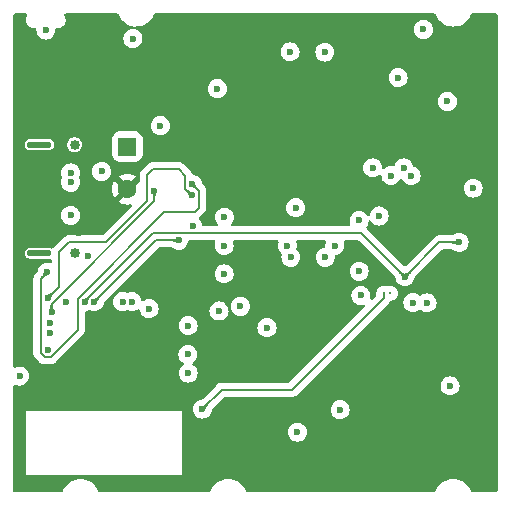
<source format=gbr>
%TF.GenerationSoftware,KiCad,Pcbnew,8.0.4*%
%TF.CreationDate,2024-09-26T12:10:35+10:00*%
%TF.ProjectId,OuchButtonV2,4f756368-4275-4747-946f-6e56322e6b69,rev?*%
%TF.SameCoordinates,Original*%
%TF.FileFunction,Copper,L3,Inr*%
%TF.FilePolarity,Positive*%
%FSLAX46Y46*%
G04 Gerber Fmt 4.6, Leading zero omitted, Abs format (unit mm)*
G04 Created by KiCad (PCBNEW 8.0.4) date 2024-09-26 12:10:35*
%MOMM*%
%LPD*%
G01*
G04 APERTURE LIST*
G04 Aperture macros list*
%AMRoundRect*
0 Rectangle with rounded corners*
0 $1 Rounding radius*
0 $2 $3 $4 $5 $6 $7 $8 $9 X,Y pos of 4 corners*
0 Add a 4 corners polygon primitive as box body*
4,1,4,$2,$3,$4,$5,$6,$7,$8,$9,$2,$3,0*
0 Add four circle primitives for the rounded corners*
1,1,$1+$1,$2,$3*
1,1,$1+$1,$4,$5*
1,1,$1+$1,$6,$7*
1,1,$1+$1,$8,$9*
0 Add four rect primitives between the rounded corners*
20,1,$1+$1,$2,$3,$4,$5,0*
20,1,$1+$1,$4,$5,$6,$7,0*
20,1,$1+$1,$6,$7,$8,$9,0*
20,1,$1+$1,$8,$9,$2,$3,0*%
G04 Aperture macros list end*
%TA.AperFunction,ComponentPad*%
%ADD10RoundRect,0.250000X-0.550000X0.550000X-0.550000X-0.550000X0.550000X-0.550000X0.550000X0.550000X0*%
%TD*%
%TA.AperFunction,ComponentPad*%
%ADD11C,1.600000*%
%TD*%
%TA.AperFunction,ComponentPad*%
%ADD12C,0.850000*%
%TD*%
%TA.AperFunction,ComponentPad*%
%ADD13O,2.050000X0.550000*%
%TD*%
%TA.AperFunction,ViaPad*%
%ADD14C,0.600000*%
%TD*%
%TA.AperFunction,ViaPad*%
%ADD15C,0.300000*%
%TD*%
%TA.AperFunction,Conductor*%
%ADD16C,0.200000*%
%TD*%
G04 APERTURE END LIST*
D10*
%TO.N,VBATT*%
%TO.C,J_BATT1*%
X83150000Y-82775000D03*
D11*
%TO.N,GND*%
X83150000Y-86375000D03*
%TD*%
D12*
%TO.N,Net-(J1-SHIELD)*%
%TO.C,J1*%
X78690000Y-82605000D03*
D13*
X75710000Y-82605000D03*
D12*
X78690000Y-91795000D03*
D13*
X75710000Y-91795000D03*
%TD*%
D14*
%TO.N,GND*%
X92760000Y-106950000D03*
X85500000Y-100500000D03*
X112580000Y-78280000D03*
X75750000Y-77120000D03*
X88366626Y-84128096D03*
X78050000Y-83800000D03*
X109430000Y-92950000D03*
X113275000Y-104650000D03*
X97150000Y-110775000D03*
X93950000Y-83650000D03*
X98870000Y-77130000D03*
X83125000Y-99540000D03*
X73975000Y-97425000D03*
X85475000Y-111700000D03*
X112720000Y-98050000D03*
X78100000Y-77100000D03*
X81150000Y-99550000D03*
X83000000Y-98000000D03*
X79028053Y-90103718D03*
X109920000Y-83530000D03*
X78500000Y-73500000D03*
X113225000Y-110050000D03*
X94300000Y-73850000D03*
X100600000Y-94075000D03*
X111560000Y-92600000D03*
X85075000Y-77150000D03*
X105200000Y-97575000D03*
X107325000Y-105225000D03*
X110650000Y-86350000D03*
X79175000Y-101525000D03*
X84500000Y-94000000D03*
X81150000Y-97575000D03*
X112570000Y-75980000D03*
X81150000Y-101525000D03*
X105500000Y-110950000D03*
X79175000Y-99550000D03*
X100030000Y-80120000D03*
X82833521Y-101628565D03*
X98630000Y-100460000D03*
X101350000Y-73275000D03*
X75225000Y-93025000D03*
X91450000Y-76300000D03*
X88050000Y-72875000D03*
X97450000Y-94000000D03*
X81025000Y-72000000D03*
%TO.N,VBATT*%
X80975000Y-84875000D03*
%TO.N,IO2{slash}BATT*%
X88275000Y-100375000D03*
%TO.N,+3V3*%
X112430000Y-86290000D03*
X101175000Y-105050000D03*
X102925000Y-95375000D03*
X108225000Y-72850000D03*
X110250000Y-78950000D03*
X102775000Y-89025000D03*
X110475000Y-103025000D03*
X85950000Y-81000000D03*
X97550000Y-106950000D03*
X88300000Y-101950000D03*
X79800000Y-92050000D03*
X85000000Y-96500000D03*
X96925000Y-74750000D03*
X74025000Y-102200000D03*
X99875000Y-74775000D03*
X83625000Y-73625000D03*
X106075000Y-76925000D03*
%TO.N,EN*%
X88300000Y-97925000D03*
%TO.N,VCC_TX*%
X92725000Y-96300000D03*
X94975000Y-98100000D03*
%TO.N,VUSB*%
X78350000Y-85000000D03*
%TO.N,Net-(FL1-Pad1)*%
X104475000Y-88650000D03*
X100725000Y-91150000D03*
%TO.N,INP1*%
X96700000Y-91150001D03*
X102775000Y-93325000D03*
%TO.N,TX1*%
X91375000Y-88750000D03*
X90911765Y-96688235D03*
%TO.N,INM1*%
X91350000Y-91149999D03*
X97000000Y-92150000D03*
D15*
%TO.N,TX2*%
X105390000Y-95190000D03*
D14*
X91350000Y-93549999D03*
%TO.N,IO18{slash}LR*%
X76350000Y-93425000D03*
X88650000Y-85950000D03*
%TO.N,IO19{slash}WS*%
X76425000Y-95550752D03*
X88625000Y-86900000D03*
%TO.N,IO20{slash}SCK*%
X76745000Y-96745000D03*
X85425000Y-86500000D03*
%TO.N,IO14{slash}SD*%
X87500000Y-90700000D03*
X80350000Y-95900000D03*
%TO.N,Net-(J1-CC2)*%
X78350000Y-88600000D03*
%TO.N,Net-(J1-CC1)*%
X78350000Y-85800000D03*
%TO.N,IO7{slash}SCL*%
X106550000Y-84575000D03*
X103925000Y-84575000D03*
X82750000Y-95900000D03*
%TO.N,IO6{slash}SDA*%
X107325000Y-95975000D03*
X83550003Y-95900000D03*
X105475000Y-85225000D03*
X107175000Y-85225000D03*
X108525000Y-96000000D03*
%TO.N,IO21{slash}S1*%
X76610000Y-97720000D03*
X76250000Y-72900000D03*
%TO.N,Net-(U1-GPIO8)*%
X77950000Y-95900000D03*
%TO.N,IO22{slash}AFE_CLK*%
X76587500Y-98562500D03*
D15*
%TO.N,Net-(U8-CLK)*%
X104890000Y-95190000D03*
D14*
X89500000Y-105000000D03*
%TO.N,IO15{slash}AFE_RST*%
X106650000Y-93800000D03*
X79550000Y-95900000D03*
X111240000Y-90880000D03*
%TO.N,IO23{slash}TOUCH*%
X76400000Y-100000000D03*
%TO.N,IO3{slash}CHG*%
X90775000Y-77875000D03*
%TO.N,IO5{slash}SELECT*%
X97400000Y-87950000D03*
X99901471Y-92150000D03*
X88675000Y-89500000D03*
%TD*%
D16*
%TO.N,IO18{slash}LR*%
X89225000Y-86525000D02*
X88650000Y-85950000D01*
X78950000Y-98298529D02*
X78950000Y-95650000D01*
X89225000Y-87950000D02*
X89225000Y-86525000D01*
X76151471Y-100600000D02*
X76648529Y-100600000D01*
X76648529Y-100600000D02*
X78950000Y-98298529D01*
X78950000Y-95650000D02*
X86275000Y-88325000D01*
X75800000Y-100248529D02*
X76151471Y-100600000D01*
X88850000Y-88325000D02*
X89225000Y-87950000D01*
X75800000Y-93975000D02*
X75800000Y-100248529D01*
X76350000Y-93425000D02*
X75800000Y-93975000D01*
X86275000Y-88325000D02*
X88850000Y-88325000D01*
%TO.N,IO19{slash}WS*%
X88050000Y-85225686D02*
X87514314Y-84690000D01*
X77350000Y-94625752D02*
X76425000Y-95550752D01*
X84825000Y-87395000D02*
X81345000Y-90875000D01*
X78200000Y-90875000D02*
X77350000Y-91725000D01*
X87514314Y-84690000D02*
X85310000Y-84690000D01*
X81345000Y-90875000D02*
X78200000Y-90875000D01*
X84825000Y-85175000D02*
X84825000Y-87395000D01*
X77350000Y-91725000D02*
X77350000Y-94625752D01*
X88050000Y-86325000D02*
X88050000Y-85225686D01*
X88625000Y-86900000D02*
X88050000Y-86325000D01*
X85310000Y-84690000D02*
X84825000Y-85175000D01*
%TO.N,IO20{slash}SCK*%
X85425000Y-87399281D02*
X85425000Y-86500000D01*
X76745000Y-96079281D02*
X85425000Y-87399281D01*
X76745000Y-96745000D02*
X76745000Y-96079281D01*
%TO.N,IO14{slash}SD*%
X85550000Y-90700000D02*
X80350000Y-95900000D01*
X87500000Y-90700000D02*
X85550000Y-90700000D01*
%TO.N,Net-(U8-CLK)*%
X91130000Y-103370000D02*
X89500000Y-105000000D01*
X97080000Y-103370000D02*
X91130000Y-103370000D01*
X104890000Y-95190000D02*
X104890000Y-95560000D01*
X104890000Y-95560000D02*
X97080000Y-103370000D01*
%TO.N,IO15{slash}AFE_RST*%
X111240000Y-90880000D02*
X109570000Y-90880000D01*
X102950000Y-90100000D02*
X106650000Y-93800000D01*
X109570000Y-90880000D02*
X106650000Y-93800000D01*
X79550000Y-95851471D02*
X85301471Y-90100000D01*
X85301471Y-90100000D02*
X102950000Y-90100000D01*
X79550000Y-95900000D02*
X79550000Y-95851471D01*
%TD*%
%TA.AperFunction,Conductor*%
%TO.N,GND*%
G36*
X74634731Y-71520185D02*
G01*
X74680486Y-71572989D01*
X74690430Y-71642147D01*
X74670794Y-71693391D01*
X74654228Y-71718182D01*
X74654221Y-71718195D01*
X74601421Y-71845667D01*
X74601418Y-71845677D01*
X74574500Y-71981004D01*
X74574500Y-71981007D01*
X74574500Y-72118993D01*
X74574500Y-72118995D01*
X74574499Y-72118995D01*
X74601418Y-72254322D01*
X74601421Y-72254332D01*
X74654221Y-72381804D01*
X74654228Y-72381817D01*
X74730885Y-72496541D01*
X74730888Y-72496545D01*
X74828454Y-72594111D01*
X74828458Y-72594114D01*
X74943182Y-72670771D01*
X74943195Y-72670778D01*
X75070667Y-72723578D01*
X75070672Y-72723580D01*
X75070676Y-72723580D01*
X75070677Y-72723581D01*
X75206004Y-72750500D01*
X75322524Y-72750500D01*
X75389563Y-72770185D01*
X75435318Y-72822989D01*
X75445743Y-72888384D01*
X75444524Y-72899209D01*
X75444435Y-72900001D01*
X75444435Y-72900003D01*
X75464630Y-73079249D01*
X75464631Y-73079254D01*
X75524211Y-73249523D01*
X75540520Y-73275478D01*
X75620184Y-73402262D01*
X75747738Y-73529816D01*
X75900478Y-73625789D01*
X75985573Y-73655565D01*
X76070745Y-73685368D01*
X76070750Y-73685369D01*
X76249996Y-73705565D01*
X76250000Y-73705565D01*
X76250004Y-73705565D01*
X76429249Y-73685369D01*
X76429252Y-73685368D01*
X76429255Y-73685368D01*
X76599522Y-73625789D01*
X76752262Y-73529816D01*
X76879816Y-73402262D01*
X76975789Y-73249522D01*
X77035368Y-73079255D01*
X77041002Y-73029254D01*
X77055565Y-72900003D01*
X77055565Y-72900001D01*
X77054256Y-72888387D01*
X77066309Y-72819565D01*
X77113657Y-72768184D01*
X77177476Y-72750500D01*
X77293995Y-72750500D01*
X77385041Y-72732389D01*
X77429328Y-72723580D01*
X77556811Y-72670775D01*
X77671542Y-72594114D01*
X77769114Y-72496542D01*
X77845775Y-72381811D01*
X77898580Y-72254328D01*
X77925500Y-72118993D01*
X77925500Y-71981007D01*
X77925500Y-71981004D01*
X77898581Y-71845677D01*
X77898580Y-71845676D01*
X77898580Y-71845672D01*
X77880695Y-71802494D01*
X77845778Y-71718195D01*
X77845771Y-71718182D01*
X77829206Y-71693391D01*
X77808328Y-71626714D01*
X77826812Y-71559334D01*
X77878791Y-71512643D01*
X77932308Y-71500500D01*
X82287957Y-71500500D01*
X82354996Y-71520185D01*
X82400751Y-71572989D01*
X82404209Y-71582072D01*
X82404265Y-71582051D01*
X82405960Y-71586370D01*
X82510035Y-71802485D01*
X82510040Y-71802494D01*
X82645170Y-72000694D01*
X82808331Y-72176539D01*
X82995878Y-72326103D01*
X83203622Y-72446044D01*
X83426921Y-72533683D01*
X83426933Y-72533685D01*
X83426934Y-72533686D01*
X83619057Y-72577537D01*
X83680036Y-72611645D01*
X83712894Y-72673307D01*
X83707199Y-72742944D01*
X83664759Y-72798448D01*
X83605349Y-72821648D01*
X83445749Y-72839630D01*
X83445745Y-72839631D01*
X83275476Y-72899211D01*
X83122737Y-72995184D01*
X82995184Y-73122737D01*
X82899211Y-73275476D01*
X82839631Y-73445745D01*
X82839630Y-73445750D01*
X82819435Y-73624996D01*
X82819435Y-73625003D01*
X82839630Y-73804249D01*
X82839631Y-73804254D01*
X82899211Y-73974523D01*
X82946141Y-74049211D01*
X82995184Y-74127262D01*
X83122738Y-74254816D01*
X83275478Y-74350789D01*
X83417475Y-74400476D01*
X83445745Y-74410368D01*
X83445750Y-74410369D01*
X83624996Y-74430565D01*
X83625000Y-74430565D01*
X83625004Y-74430565D01*
X83804249Y-74410369D01*
X83804252Y-74410368D01*
X83804255Y-74410368D01*
X83974522Y-74350789D01*
X84127262Y-74254816D01*
X84254816Y-74127262D01*
X84350789Y-73974522D01*
X84410368Y-73804255D01*
X84423763Y-73685369D01*
X84430565Y-73625003D01*
X84430565Y-73624996D01*
X84410369Y-73445750D01*
X84410368Y-73445745D01*
X84350788Y-73275476D01*
X84254815Y-73122737D01*
X84127262Y-72995184D01*
X83974519Y-72899209D01*
X83833877Y-72849996D01*
X107419435Y-72849996D01*
X107419435Y-72850003D01*
X107439630Y-73029249D01*
X107439631Y-73029254D01*
X107499211Y-73199523D01*
X107546936Y-73275476D01*
X107595184Y-73352262D01*
X107722738Y-73479816D01*
X107875478Y-73575789D01*
X108016104Y-73624996D01*
X108045745Y-73635368D01*
X108045750Y-73635369D01*
X108224996Y-73655565D01*
X108225000Y-73655565D01*
X108225004Y-73655565D01*
X108404249Y-73635369D01*
X108404252Y-73635368D01*
X108404255Y-73635368D01*
X108574522Y-73575789D01*
X108727262Y-73479816D01*
X108854816Y-73352262D01*
X108950789Y-73199522D01*
X109010368Y-73029255D01*
X109024931Y-72900003D01*
X109030565Y-72850003D01*
X109030565Y-72849996D01*
X109010369Y-72670750D01*
X109010368Y-72670745D01*
X108986417Y-72602296D01*
X108950789Y-72500478D01*
X108854816Y-72347738D01*
X108727262Y-72220184D01*
X108574523Y-72124211D01*
X108404254Y-72064631D01*
X108404249Y-72064630D01*
X108225004Y-72044435D01*
X108224996Y-72044435D01*
X108045750Y-72064630D01*
X108045745Y-72064631D01*
X107875476Y-72124211D01*
X107722737Y-72220184D01*
X107595184Y-72347737D01*
X107499211Y-72500476D01*
X107439631Y-72670745D01*
X107439630Y-72670750D01*
X107419435Y-72849996D01*
X83833877Y-72849996D01*
X83813855Y-72842990D01*
X83757079Y-72802269D01*
X83731332Y-72737316D01*
X83744788Y-72668754D01*
X83793176Y-72618352D01*
X83861131Y-72602110D01*
X83864077Y-72602296D01*
X83899997Y-72604988D01*
X83900000Y-72604988D01*
X83900005Y-72604988D01*
X84049506Y-72593784D01*
X84139211Y-72587062D01*
X84373079Y-72533683D01*
X84596378Y-72446044D01*
X84804122Y-72326103D01*
X84991669Y-72176539D01*
X85154830Y-72000694D01*
X85289960Y-71802494D01*
X85394041Y-71586368D01*
X85394045Y-71586353D01*
X85395735Y-71582051D01*
X85397105Y-71582588D01*
X85432110Y-71529702D01*
X85496050Y-71501536D01*
X85512043Y-71500500D01*
X109137957Y-71500500D01*
X109204996Y-71520185D01*
X109250751Y-71572989D01*
X109254209Y-71582072D01*
X109254265Y-71582051D01*
X109255960Y-71586370D01*
X109360035Y-71802485D01*
X109360040Y-71802494D01*
X109495170Y-72000694D01*
X109658331Y-72176539D01*
X109845878Y-72326103D01*
X110053622Y-72446044D01*
X110276921Y-72533683D01*
X110510789Y-72587062D01*
X110579135Y-72592183D01*
X110749995Y-72604988D01*
X110750000Y-72604988D01*
X110750005Y-72604988D01*
X110899506Y-72593784D01*
X110989211Y-72587062D01*
X111223079Y-72533683D01*
X111446378Y-72446044D01*
X111654122Y-72326103D01*
X111841669Y-72176539D01*
X112004830Y-72000694D01*
X112139960Y-71802494D01*
X112244041Y-71586368D01*
X112244045Y-71586353D01*
X112245735Y-71582051D01*
X112247105Y-71582588D01*
X112282110Y-71529702D01*
X112346050Y-71501536D01*
X112362043Y-71500500D01*
X114375500Y-71500500D01*
X114442539Y-71520185D01*
X114488294Y-71572989D01*
X114499500Y-71624500D01*
X114499500Y-111875500D01*
X114479815Y-111942539D01*
X114427011Y-111988294D01*
X114375500Y-111999500D01*
X112362043Y-111999500D01*
X112295004Y-111979815D01*
X112249249Y-111927011D01*
X112245790Y-111917927D01*
X112245735Y-111917949D01*
X112244044Y-111913641D01*
X112244041Y-111913632D01*
X112139960Y-111697506D01*
X112004830Y-111499306D01*
X111841669Y-111323461D01*
X111654122Y-111173897D01*
X111446378Y-111053956D01*
X111446372Y-111053953D01*
X111223084Y-110966319D01*
X111223079Y-110966317D01*
X111223070Y-110966315D01*
X111223067Y-110966314D01*
X110989208Y-110912937D01*
X110750005Y-110895012D01*
X110749995Y-110895012D01*
X110510791Y-110912937D01*
X110276932Y-110966314D01*
X110276924Y-110966316D01*
X110276921Y-110966317D01*
X110276918Y-110966317D01*
X110276915Y-110966319D01*
X110053627Y-111053953D01*
X110053619Y-111053957D01*
X109845878Y-111173897D01*
X109658331Y-111323460D01*
X109658329Y-111323463D01*
X109495168Y-111499308D01*
X109360040Y-111697505D01*
X109360035Y-111697514D01*
X109255960Y-111913629D01*
X109254265Y-111917949D01*
X109252894Y-111917411D01*
X109217890Y-111970298D01*
X109153950Y-111998464D01*
X109137957Y-111999500D01*
X93312043Y-111999500D01*
X93245004Y-111979815D01*
X93199249Y-111927011D01*
X93195790Y-111917927D01*
X93195735Y-111917949D01*
X93194044Y-111913641D01*
X93194041Y-111913632D01*
X93089960Y-111697506D01*
X92954830Y-111499306D01*
X92791669Y-111323461D01*
X92604122Y-111173897D01*
X92396378Y-111053956D01*
X92396372Y-111053953D01*
X92173084Y-110966319D01*
X92173079Y-110966317D01*
X92173070Y-110966315D01*
X92173067Y-110966314D01*
X91939208Y-110912937D01*
X91700005Y-110895012D01*
X91699995Y-110895012D01*
X91460791Y-110912937D01*
X91226932Y-110966314D01*
X91226924Y-110966316D01*
X91226921Y-110966317D01*
X91226918Y-110966317D01*
X91226915Y-110966319D01*
X91003627Y-111053953D01*
X91003619Y-111053957D01*
X90795878Y-111173897D01*
X90608331Y-111323460D01*
X90608329Y-111323463D01*
X90445168Y-111499308D01*
X90310040Y-111697505D01*
X90310035Y-111697514D01*
X90205960Y-111913629D01*
X90204265Y-111917949D01*
X90202894Y-111917411D01*
X90167890Y-111970298D01*
X90103950Y-111998464D01*
X90087957Y-111999500D01*
X80812043Y-111999500D01*
X80745004Y-111979815D01*
X80699249Y-111927011D01*
X80695790Y-111917927D01*
X80695735Y-111917949D01*
X80694044Y-111913641D01*
X80694041Y-111913632D01*
X80589960Y-111697506D01*
X80454830Y-111499306D01*
X80291669Y-111323461D01*
X80104122Y-111173897D01*
X79896378Y-111053956D01*
X79896372Y-111053953D01*
X79673084Y-110966319D01*
X79673079Y-110966317D01*
X79673070Y-110966315D01*
X79673067Y-110966314D01*
X79439208Y-110912937D01*
X79200005Y-110895012D01*
X79199995Y-110895012D01*
X78960791Y-110912937D01*
X78726932Y-110966314D01*
X78726924Y-110966316D01*
X78726921Y-110966317D01*
X78726918Y-110966317D01*
X78726915Y-110966319D01*
X78503627Y-111053953D01*
X78503619Y-111053957D01*
X78295878Y-111173897D01*
X78108331Y-111323460D01*
X78108329Y-111323463D01*
X77945168Y-111499308D01*
X77810040Y-111697505D01*
X77810035Y-111697514D01*
X77705960Y-111913629D01*
X77704265Y-111917949D01*
X77702894Y-111917411D01*
X77667890Y-111970298D01*
X77603950Y-111998464D01*
X77587957Y-111999500D01*
X73624500Y-111999500D01*
X73557461Y-111979815D01*
X73511706Y-111927011D01*
X73500500Y-111875500D01*
X73500500Y-110550000D01*
X74550000Y-110550000D01*
X87750000Y-110550000D01*
X87750000Y-106949996D01*
X96744435Y-106949996D01*
X96744435Y-106950003D01*
X96764630Y-107129249D01*
X96764631Y-107129254D01*
X96824211Y-107299523D01*
X96920184Y-107452262D01*
X97047738Y-107579816D01*
X97200478Y-107675789D01*
X97370745Y-107735368D01*
X97370750Y-107735369D01*
X97549996Y-107755565D01*
X97550000Y-107755565D01*
X97550004Y-107755565D01*
X97729249Y-107735369D01*
X97729252Y-107735368D01*
X97729255Y-107735368D01*
X97899522Y-107675789D01*
X98052262Y-107579816D01*
X98179816Y-107452262D01*
X98275789Y-107299522D01*
X98335368Y-107129255D01*
X98355565Y-106950000D01*
X98335368Y-106770745D01*
X98275789Y-106600478D01*
X98179816Y-106447738D01*
X98052262Y-106320184D01*
X97899523Y-106224211D01*
X97729254Y-106164631D01*
X97729249Y-106164630D01*
X97550004Y-106144435D01*
X97549996Y-106144435D01*
X97370750Y-106164630D01*
X97370745Y-106164631D01*
X97200476Y-106224211D01*
X97047737Y-106320184D01*
X96920184Y-106447737D01*
X96824211Y-106600476D01*
X96764631Y-106770745D01*
X96764630Y-106770750D01*
X96744435Y-106949996D01*
X87750000Y-106949996D01*
X87750000Y-105150000D01*
X74550000Y-105150000D01*
X74550000Y-110550000D01*
X73500500Y-110550000D01*
X73500500Y-104999996D01*
X88694435Y-104999996D01*
X88694435Y-105000003D01*
X88714630Y-105179249D01*
X88714631Y-105179254D01*
X88774211Y-105349523D01*
X88870184Y-105502262D01*
X88997738Y-105629816D01*
X89150478Y-105725789D01*
X89293367Y-105775788D01*
X89320745Y-105785368D01*
X89320750Y-105785369D01*
X89499996Y-105805565D01*
X89500000Y-105805565D01*
X89500004Y-105805565D01*
X89679249Y-105785369D01*
X89679252Y-105785368D01*
X89679255Y-105785368D01*
X89849522Y-105725789D01*
X90002262Y-105629816D01*
X90129816Y-105502262D01*
X90225789Y-105349522D01*
X90285368Y-105179255D01*
X90294073Y-105101986D01*
X90315919Y-105049996D01*
X100369435Y-105049996D01*
X100369435Y-105050003D01*
X100389630Y-105229249D01*
X100389631Y-105229254D01*
X100449211Y-105399523D01*
X100513767Y-105502262D01*
X100545184Y-105552262D01*
X100672738Y-105679816D01*
X100825478Y-105775789D01*
X100910573Y-105805565D01*
X100995745Y-105835368D01*
X100995750Y-105835369D01*
X101174996Y-105855565D01*
X101175000Y-105855565D01*
X101175004Y-105855565D01*
X101354249Y-105835369D01*
X101354252Y-105835368D01*
X101354255Y-105835368D01*
X101524522Y-105775789D01*
X101677262Y-105679816D01*
X101804816Y-105552262D01*
X101900789Y-105399522D01*
X101960368Y-105229255D01*
X101960369Y-105229249D01*
X101980565Y-105050003D01*
X101980565Y-105049996D01*
X101960369Y-104870750D01*
X101960368Y-104870745D01*
X101900788Y-104700476D01*
X101804815Y-104547737D01*
X101677262Y-104420184D01*
X101524523Y-104324211D01*
X101354254Y-104264631D01*
X101354249Y-104264630D01*
X101175004Y-104244435D01*
X101174996Y-104244435D01*
X100995750Y-104264630D01*
X100995745Y-104264631D01*
X100825476Y-104324211D01*
X100672737Y-104420184D01*
X100545184Y-104547737D01*
X100449211Y-104700476D01*
X100389631Y-104870745D01*
X100389630Y-104870750D01*
X100369435Y-105049996D01*
X90315919Y-105049996D01*
X90321138Y-105037577D01*
X90327385Y-105030477D01*
X90353604Y-105002879D01*
X90353613Y-105002869D01*
X90386913Y-104964335D01*
X90397879Y-104951354D01*
X91342416Y-104006819D01*
X91403739Y-103973334D01*
X91430097Y-103970500D01*
X96993331Y-103970500D01*
X96993347Y-103970501D01*
X97000943Y-103970501D01*
X97159054Y-103970501D01*
X97159057Y-103970501D01*
X97311785Y-103929577D01*
X97361904Y-103900639D01*
X97448716Y-103850520D01*
X97560520Y-103738716D01*
X97560520Y-103738714D01*
X97570728Y-103728507D01*
X97570729Y-103728504D01*
X98274237Y-103024996D01*
X109669435Y-103024996D01*
X109669435Y-103025003D01*
X109689630Y-103204249D01*
X109689631Y-103204254D01*
X109749211Y-103374523D01*
X109845184Y-103527262D01*
X109972738Y-103654816D01*
X110125478Y-103750789D01*
X110295745Y-103810368D01*
X110295750Y-103810369D01*
X110474996Y-103830565D01*
X110475000Y-103830565D01*
X110475004Y-103830565D01*
X110654249Y-103810369D01*
X110654252Y-103810368D01*
X110654255Y-103810368D01*
X110824522Y-103750789D01*
X110977262Y-103654816D01*
X111104816Y-103527262D01*
X111200789Y-103374522D01*
X111260368Y-103204255D01*
X111260369Y-103204249D01*
X111280565Y-103025003D01*
X111280565Y-103024996D01*
X111260369Y-102845750D01*
X111260368Y-102845745D01*
X111232697Y-102766666D01*
X111200789Y-102675478D01*
X111104816Y-102522738D01*
X110977262Y-102395184D01*
X110951902Y-102379249D01*
X110824523Y-102299211D01*
X110654254Y-102239631D01*
X110654249Y-102239630D01*
X110475004Y-102219435D01*
X110474996Y-102219435D01*
X110295750Y-102239630D01*
X110295745Y-102239631D01*
X110125476Y-102299211D01*
X109972737Y-102395184D01*
X109845184Y-102522737D01*
X109749211Y-102675476D01*
X109689631Y-102845745D01*
X109689630Y-102845750D01*
X109669435Y-103024996D01*
X98274237Y-103024996D01*
X105324239Y-95974996D01*
X106519435Y-95974996D01*
X106519435Y-95975003D01*
X106539630Y-96154249D01*
X106539631Y-96154254D01*
X106599211Y-96324523D01*
X106648058Y-96402262D01*
X106695184Y-96477262D01*
X106822738Y-96604816D01*
X106879564Y-96640522D01*
X106969743Y-96697186D01*
X106975478Y-96700789D01*
X107046924Y-96725789D01*
X107145745Y-96760368D01*
X107145750Y-96760369D01*
X107324996Y-96780565D01*
X107325000Y-96780565D01*
X107325004Y-96780565D01*
X107504249Y-96760369D01*
X107504252Y-96760368D01*
X107504255Y-96760368D01*
X107674522Y-96700789D01*
X107827262Y-96604816D01*
X107827266Y-96604811D01*
X107832705Y-96600475D01*
X107834081Y-96602201D01*
X107886142Y-96573774D01*
X107955834Y-96578758D01*
X108000181Y-96607259D01*
X108022738Y-96629816D01*
X108175478Y-96725789D01*
X108274299Y-96760368D01*
X108345745Y-96785368D01*
X108345750Y-96785369D01*
X108524996Y-96805565D01*
X108525000Y-96805565D01*
X108525004Y-96805565D01*
X108704249Y-96785369D01*
X108704252Y-96785368D01*
X108704255Y-96785368D01*
X108874522Y-96725789D01*
X109027262Y-96629816D01*
X109154816Y-96502262D01*
X109250789Y-96349522D01*
X109310368Y-96179255D01*
X109312496Y-96160368D01*
X109330565Y-96000003D01*
X109330565Y-95999996D01*
X109310369Y-95820750D01*
X109310368Y-95820745D01*
X109304052Y-95802696D01*
X109250789Y-95650478D01*
X109235080Y-95625478D01*
X109187955Y-95550478D01*
X109154816Y-95497738D01*
X109027262Y-95370184D01*
X109023374Y-95367741D01*
X108874523Y-95274211D01*
X108704254Y-95214631D01*
X108704249Y-95214630D01*
X108525004Y-95194435D01*
X108524996Y-95194435D01*
X108345750Y-95214630D01*
X108345745Y-95214631D01*
X108175476Y-95274211D01*
X108022737Y-95370184D01*
X108017295Y-95374525D01*
X108015918Y-95372798D01*
X107963858Y-95401226D01*
X107894166Y-95396242D01*
X107849819Y-95367741D01*
X107827262Y-95345184D01*
X107674523Y-95249211D01*
X107504254Y-95189631D01*
X107504249Y-95189630D01*
X107325004Y-95169435D01*
X107324996Y-95169435D01*
X107145750Y-95189630D01*
X107145745Y-95189631D01*
X106975476Y-95249211D01*
X106822737Y-95345184D01*
X106695184Y-95472737D01*
X106599211Y-95625476D01*
X106539631Y-95795745D01*
X106539630Y-95795750D01*
X106519435Y-95974996D01*
X105324239Y-95974996D01*
X105430941Y-95868294D01*
X105488945Y-95835580D01*
X105622365Y-95802696D01*
X105762240Y-95729283D01*
X105880483Y-95624530D01*
X105970220Y-95494523D01*
X106026237Y-95346818D01*
X106045278Y-95190000D01*
X106042787Y-95169480D01*
X106026237Y-95033181D01*
X106004992Y-94977164D01*
X105970220Y-94885477D01*
X105880483Y-94755470D01*
X105762240Y-94650717D01*
X105762238Y-94650716D01*
X105762237Y-94650715D01*
X105622365Y-94577303D01*
X105468986Y-94539500D01*
X105468985Y-94539500D01*
X105311015Y-94539500D01*
X105311014Y-94539500D01*
X105169674Y-94574336D01*
X105110326Y-94574336D01*
X104968986Y-94539500D01*
X104968985Y-94539500D01*
X104811015Y-94539500D01*
X104811014Y-94539500D01*
X104657634Y-94577303D01*
X104517762Y-94650715D01*
X104399516Y-94755471D01*
X104309781Y-94885475D01*
X104309780Y-94885476D01*
X104253762Y-95033181D01*
X104234722Y-95189999D01*
X104234722Y-95190000D01*
X104246505Y-95287045D01*
X104235044Y-95355968D01*
X104211090Y-95389672D01*
X103913594Y-95687169D01*
X103852271Y-95720654D01*
X103782580Y-95715670D01*
X103726646Y-95673799D01*
X103702229Y-95608334D01*
X103708872Y-95558533D01*
X103710366Y-95554262D01*
X103710369Y-95554249D01*
X103730565Y-95375003D01*
X103730565Y-95374996D01*
X103710369Y-95195750D01*
X103710368Y-95195745D01*
X103681985Y-95114631D01*
X103650789Y-95025478D01*
X103554816Y-94872738D01*
X103427262Y-94745184D01*
X103383496Y-94717684D01*
X103274523Y-94649211D01*
X103104254Y-94589631D01*
X103104249Y-94589630D01*
X102925004Y-94569435D01*
X102924996Y-94569435D01*
X102745750Y-94589630D01*
X102745745Y-94589631D01*
X102575476Y-94649211D01*
X102422737Y-94745184D01*
X102295184Y-94872737D01*
X102199211Y-95025476D01*
X102139631Y-95195745D01*
X102139630Y-95195750D01*
X102119435Y-95374996D01*
X102119435Y-95375003D01*
X102139630Y-95554249D01*
X102139631Y-95554254D01*
X102199211Y-95724523D01*
X102248331Y-95802696D01*
X102295184Y-95877262D01*
X102422738Y-96004816D01*
X102575478Y-96100789D01*
X102717475Y-96150476D01*
X102745745Y-96160368D01*
X102745750Y-96160369D01*
X102924996Y-96180565D01*
X102925000Y-96180565D01*
X102925004Y-96180565D01*
X103104249Y-96160369D01*
X103104251Y-96160368D01*
X103104255Y-96160368D01*
X103108524Y-96158873D01*
X103178302Y-96155306D01*
X103238932Y-96190030D01*
X103271165Y-96252020D01*
X103264766Y-96321596D01*
X103237169Y-96363593D01*
X96867584Y-102733181D01*
X96806261Y-102766666D01*
X96779903Y-102769500D01*
X91050943Y-102769500D01*
X90898213Y-102810423D01*
X90864626Y-102829816D01*
X90864625Y-102829816D01*
X90761287Y-102889477D01*
X90761282Y-102889481D01*
X90649478Y-103001286D01*
X89529469Y-104121294D01*
X89513533Y-104134750D01*
X89497122Y-104146391D01*
X89497118Y-104146395D01*
X89469524Y-104172608D01*
X89407362Y-104204509D01*
X89398006Y-104205926D01*
X89320750Y-104214630D01*
X89150478Y-104274210D01*
X88997737Y-104370184D01*
X88870184Y-104497737D01*
X88774211Y-104650476D01*
X88714631Y-104820745D01*
X88714630Y-104820750D01*
X88694435Y-104999996D01*
X73500500Y-104999996D01*
X73500500Y-103038869D01*
X73520185Y-102971830D01*
X73572989Y-102926075D01*
X73642147Y-102916131D01*
X73668652Y-102924210D01*
X73668905Y-102923489D01*
X73845745Y-102985368D01*
X73845750Y-102985369D01*
X74024996Y-103005565D01*
X74025000Y-103005565D01*
X74025004Y-103005565D01*
X74204249Y-102985369D01*
X74204252Y-102985368D01*
X74204255Y-102985368D01*
X74374522Y-102925789D01*
X74527262Y-102829816D01*
X74654816Y-102702262D01*
X74750789Y-102549522D01*
X74810368Y-102379255D01*
X74826100Y-102239630D01*
X74830565Y-102200003D01*
X74830565Y-102199996D01*
X74810369Y-102020750D01*
X74810368Y-102020745D01*
X74750788Y-101850476D01*
X74711582Y-101788080D01*
X74654816Y-101697738D01*
X74527262Y-101570184D01*
X74374523Y-101474211D01*
X74204254Y-101414631D01*
X74204249Y-101414630D01*
X74025004Y-101394435D01*
X74024996Y-101394435D01*
X73845750Y-101414630D01*
X73845745Y-101414631D01*
X73668905Y-101476511D01*
X73668206Y-101474515D01*
X73609348Y-101484201D01*
X73545216Y-101456472D01*
X73506256Y-101398472D01*
X73500500Y-101361130D01*
X73500500Y-91732399D01*
X74484500Y-91732399D01*
X74484500Y-91857601D01*
X74516905Y-91978536D01*
X74579505Y-92086964D01*
X74668036Y-92175495D01*
X74776464Y-92238095D01*
X74897399Y-92270500D01*
X74897401Y-92270500D01*
X76522599Y-92270500D01*
X76522601Y-92270500D01*
X76593407Y-92251527D01*
X76663256Y-92253190D01*
X76721118Y-92292352D01*
X76748623Y-92356580D01*
X76749500Y-92371302D01*
X76749500Y-92541936D01*
X76729815Y-92608975D01*
X76677011Y-92654730D01*
X76607853Y-92664674D01*
X76584547Y-92658978D01*
X76529260Y-92639633D01*
X76529249Y-92639630D01*
X76350004Y-92619435D01*
X76349996Y-92619435D01*
X76170750Y-92639630D01*
X76170745Y-92639631D01*
X76000476Y-92699211D01*
X75847737Y-92795184D01*
X75720184Y-92922737D01*
X75624210Y-93075478D01*
X75564630Y-93245750D01*
X75555925Y-93323009D01*
X75528858Y-93387423D01*
X75522623Y-93394510D01*
X75519043Y-93398280D01*
X75519025Y-93398299D01*
X75496402Y-93422111D01*
X75463125Y-93460618D01*
X75452115Y-93473648D01*
X75431288Y-93494476D01*
X75431286Y-93494478D01*
X75319481Y-93606282D01*
X75319479Y-93606285D01*
X75290325Y-93656783D01*
X75290324Y-93656785D01*
X75240423Y-93743214D01*
X75231119Y-93777937D01*
X75199499Y-93895943D01*
X75199499Y-93895945D01*
X75199499Y-94064046D01*
X75199500Y-94064059D01*
X75199500Y-100161859D01*
X75199499Y-100161877D01*
X75199499Y-100327583D01*
X75199498Y-100327583D01*
X75240423Y-100480314D01*
X75269358Y-100530429D01*
X75269359Y-100530433D01*
X75269360Y-100530433D01*
X75319479Y-100617243D01*
X75319481Y-100617246D01*
X75438349Y-100736114D01*
X75438355Y-100736119D01*
X75666610Y-100964374D01*
X75666620Y-100964385D01*
X75670950Y-100968715D01*
X75670951Y-100968716D01*
X75782755Y-101080520D01*
X75817863Y-101100789D01*
X75869566Y-101130639D01*
X75869568Y-101130641D01*
X75907622Y-101152611D01*
X75919686Y-101159577D01*
X76072414Y-101200500D01*
X76230528Y-101200500D01*
X76561860Y-101200500D01*
X76561876Y-101200501D01*
X76569472Y-101200501D01*
X76727583Y-101200501D01*
X76727586Y-101200501D01*
X76880314Y-101159577D01*
X76930433Y-101130639D01*
X77017245Y-101080520D01*
X77129049Y-100968716D01*
X77129049Y-100968714D01*
X77139257Y-100958507D01*
X77139258Y-100958504D01*
X77722767Y-100374996D01*
X87469435Y-100374996D01*
X87469435Y-100375003D01*
X87489630Y-100554249D01*
X87489631Y-100554254D01*
X87549211Y-100724523D01*
X87645184Y-100877262D01*
X87772738Y-101004816D01*
X87844092Y-101049651D01*
X87869093Y-101065360D01*
X87915384Y-101117695D01*
X87926032Y-101186749D01*
X87897657Y-101250597D01*
X87869094Y-101275347D01*
X87797740Y-101320182D01*
X87797737Y-101320184D01*
X87670184Y-101447737D01*
X87574211Y-101600476D01*
X87514631Y-101770745D01*
X87514630Y-101770750D01*
X87494435Y-101949996D01*
X87494435Y-101950003D01*
X87514630Y-102129249D01*
X87514631Y-102129254D01*
X87574211Y-102299523D01*
X87634319Y-102395184D01*
X87670184Y-102452262D01*
X87797738Y-102579816D01*
X87888080Y-102636582D01*
X87949979Y-102675476D01*
X87950478Y-102675789D01*
X88114495Y-102733181D01*
X88120745Y-102735368D01*
X88120750Y-102735369D01*
X88299996Y-102755565D01*
X88300000Y-102755565D01*
X88300004Y-102755565D01*
X88479249Y-102735369D01*
X88479252Y-102735368D01*
X88479255Y-102735368D01*
X88649522Y-102675789D01*
X88802262Y-102579816D01*
X88929816Y-102452262D01*
X89025789Y-102299522D01*
X89085368Y-102129255D01*
X89085369Y-102129249D01*
X89105565Y-101950003D01*
X89105565Y-101949996D01*
X89085369Y-101770750D01*
X89085368Y-101770745D01*
X89025788Y-101600476D01*
X88929815Y-101447737D01*
X88802260Y-101320182D01*
X88705905Y-101259638D01*
X88659615Y-101207304D01*
X88648967Y-101138250D01*
X88677342Y-101074402D01*
X88705905Y-101049652D01*
X88777262Y-101004816D01*
X88904816Y-100877262D01*
X89000789Y-100724522D01*
X89060368Y-100554255D01*
X89080565Y-100375000D01*
X89075222Y-100327583D01*
X89060369Y-100195750D01*
X89060368Y-100195745D01*
X89000788Y-100025476D01*
X88904815Y-99872737D01*
X88777262Y-99745184D01*
X88624523Y-99649211D01*
X88454254Y-99589631D01*
X88454249Y-99589630D01*
X88275004Y-99569435D01*
X88274996Y-99569435D01*
X88095750Y-99589630D01*
X88095745Y-99589631D01*
X87925476Y-99649211D01*
X87772737Y-99745184D01*
X87645184Y-99872737D01*
X87549211Y-100025476D01*
X87489631Y-100195745D01*
X87489630Y-100195750D01*
X87469435Y-100374996D01*
X77722767Y-100374996D01*
X79430520Y-98667245D01*
X79509577Y-98530313D01*
X79550501Y-98377586D01*
X79550501Y-98219471D01*
X79550501Y-98211876D01*
X79550500Y-98211858D01*
X79550500Y-97924996D01*
X87494435Y-97924996D01*
X87494435Y-97925003D01*
X87514630Y-98104249D01*
X87514631Y-98104254D01*
X87574211Y-98274523D01*
X87638969Y-98377584D01*
X87670184Y-98427262D01*
X87797738Y-98554816D01*
X87950478Y-98650789D01*
X88120745Y-98710368D01*
X88120750Y-98710369D01*
X88299996Y-98730565D01*
X88300000Y-98730565D01*
X88300004Y-98730565D01*
X88479249Y-98710369D01*
X88479252Y-98710368D01*
X88479255Y-98710368D01*
X88649522Y-98650789D01*
X88802262Y-98554816D01*
X88929816Y-98427262D01*
X89025789Y-98274522D01*
X89085368Y-98104255D01*
X89085847Y-98100003D01*
X89085848Y-98099996D01*
X94169435Y-98099996D01*
X94169435Y-98100003D01*
X94189630Y-98279249D01*
X94189631Y-98279254D01*
X94249211Y-98449523D01*
X94320197Y-98562496D01*
X94345184Y-98602262D01*
X94472738Y-98729816D01*
X94625478Y-98825789D01*
X94795745Y-98885368D01*
X94795750Y-98885369D01*
X94974996Y-98905565D01*
X94975000Y-98905565D01*
X94975004Y-98905565D01*
X95154249Y-98885369D01*
X95154252Y-98885368D01*
X95154255Y-98885368D01*
X95324522Y-98825789D01*
X95477262Y-98729816D01*
X95604816Y-98602262D01*
X95700789Y-98449522D01*
X95760368Y-98279255D01*
X95760901Y-98274523D01*
X95780565Y-98100003D01*
X95780565Y-98099996D01*
X95760369Y-97920750D01*
X95760368Y-97920745D01*
X95700788Y-97750476D01*
X95604815Y-97597737D01*
X95477262Y-97470184D01*
X95324523Y-97374211D01*
X95154254Y-97314631D01*
X95154249Y-97314630D01*
X94975004Y-97294435D01*
X94974996Y-97294435D01*
X94795750Y-97314630D01*
X94795745Y-97314631D01*
X94625476Y-97374211D01*
X94472737Y-97470184D01*
X94345184Y-97597737D01*
X94249211Y-97750476D01*
X94189631Y-97920745D01*
X94189630Y-97920750D01*
X94169435Y-98099996D01*
X89085848Y-98099996D01*
X89105565Y-97925003D01*
X89105565Y-97924996D01*
X89085369Y-97745750D01*
X89085368Y-97745745D01*
X89025788Y-97575476D01*
X88961777Y-97473604D01*
X88929816Y-97422738D01*
X88802262Y-97295184D01*
X88691821Y-97225789D01*
X88649523Y-97199211D01*
X88479254Y-97139631D01*
X88479249Y-97139630D01*
X88300004Y-97119435D01*
X88299996Y-97119435D01*
X88120750Y-97139630D01*
X88120745Y-97139631D01*
X87950476Y-97199211D01*
X87797737Y-97295184D01*
X87670184Y-97422737D01*
X87574211Y-97575476D01*
X87514631Y-97745745D01*
X87514630Y-97745750D01*
X87494435Y-97924996D01*
X79550500Y-97924996D01*
X79550500Y-96816321D01*
X79570185Y-96749282D01*
X79622989Y-96703527D01*
X79660612Y-96693101D01*
X79729255Y-96685368D01*
X79729259Y-96685366D01*
X79729262Y-96685366D01*
X79906095Y-96623489D01*
X79906846Y-96625637D01*
X79965128Y-96616035D01*
X79993588Y-96624392D01*
X79993905Y-96623489D01*
X80170737Y-96685366D01*
X80170743Y-96685367D01*
X80170745Y-96685368D01*
X80170746Y-96685368D01*
X80170750Y-96685369D01*
X80349996Y-96705565D01*
X80350000Y-96705565D01*
X80350004Y-96705565D01*
X80529249Y-96685369D01*
X80529252Y-96685368D01*
X80529255Y-96685368D01*
X80699522Y-96625789D01*
X80852262Y-96529816D01*
X80979816Y-96402262D01*
X81075789Y-96249522D01*
X81135368Y-96079255D01*
X81144073Y-96001986D01*
X81171138Y-95937577D01*
X81177385Y-95930477D01*
X81203604Y-95902879D01*
X81206095Y-95899996D01*
X81944435Y-95899996D01*
X81944435Y-95900003D01*
X81964630Y-96079249D01*
X81964631Y-96079254D01*
X82024211Y-96249523D01*
X82120184Y-96402262D01*
X82247738Y-96529816D01*
X82278928Y-96549414D01*
X82398254Y-96624392D01*
X82400478Y-96625789D01*
X82553258Y-96679249D01*
X82570745Y-96685368D01*
X82570750Y-96685369D01*
X82749996Y-96705565D01*
X82750000Y-96705565D01*
X82750004Y-96705565D01*
X82929249Y-96685369D01*
X82929251Y-96685368D01*
X82929255Y-96685368D01*
X82929258Y-96685366D01*
X82929262Y-96685366D01*
X83106095Y-96623489D01*
X83106846Y-96625637D01*
X83165128Y-96616035D01*
X83193592Y-96624391D01*
X83193908Y-96623489D01*
X83200480Y-96625788D01*
X83200481Y-96625789D01*
X83268297Y-96649519D01*
X83370748Y-96685368D01*
X83370753Y-96685369D01*
X83549999Y-96705565D01*
X83550003Y-96705565D01*
X83550007Y-96705565D01*
X83729252Y-96685369D01*
X83729255Y-96685368D01*
X83729258Y-96685368D01*
X83899525Y-96625789D01*
X83901749Y-96624392D01*
X83982306Y-96573774D01*
X84021075Y-96549413D01*
X84088311Y-96530413D01*
X84155146Y-96550780D01*
X84200361Y-96604048D01*
X84210267Y-96640522D01*
X84214631Y-96679251D01*
X84214631Y-96679254D01*
X84274211Y-96849523D01*
X84321165Y-96924249D01*
X84370184Y-97002262D01*
X84497738Y-97129816D01*
X84650478Y-97225789D01*
X84728283Y-97253014D01*
X84820745Y-97285368D01*
X84820750Y-97285369D01*
X84999996Y-97305565D01*
X85000000Y-97305565D01*
X85000004Y-97305565D01*
X85179249Y-97285369D01*
X85179252Y-97285368D01*
X85179255Y-97285368D01*
X85349522Y-97225789D01*
X85502262Y-97129816D01*
X85629816Y-97002262D01*
X85725789Y-96849522D01*
X85782227Y-96688231D01*
X90106200Y-96688231D01*
X90106200Y-96688238D01*
X90126395Y-96867484D01*
X90126396Y-96867489D01*
X90185976Y-97037758D01*
X90249987Y-97139630D01*
X90281949Y-97190497D01*
X90409503Y-97318051D01*
X90562243Y-97414024D01*
X90722739Y-97470184D01*
X90732510Y-97473603D01*
X90732515Y-97473604D01*
X90911761Y-97493800D01*
X90911765Y-97493800D01*
X90911769Y-97493800D01*
X91091014Y-97473604D01*
X91091017Y-97473603D01*
X91091020Y-97473603D01*
X91261287Y-97414024D01*
X91414027Y-97318051D01*
X91541581Y-97190497D01*
X91637554Y-97037757D01*
X91697133Y-96867490D01*
X91697134Y-96867484D01*
X91717330Y-96688238D01*
X91717330Y-96688232D01*
X91704433Y-96573774D01*
X91700244Y-96536592D01*
X91703340Y-96518912D01*
X91698982Y-96513560D01*
X91696258Y-96506479D01*
X91677069Y-96451641D01*
X91637554Y-96338713D01*
X91613226Y-96299996D01*
X91919435Y-96299996D01*
X91919435Y-96300003D01*
X91936520Y-96451641D01*
X91933423Y-96469321D01*
X91937781Y-96474673D01*
X91940505Y-96481755D01*
X91999209Y-96649519D01*
X92034389Y-96705508D01*
X92095184Y-96802262D01*
X92222738Y-96929816D01*
X92375478Y-97025789D01*
X92545745Y-97085368D01*
X92545750Y-97085369D01*
X92724996Y-97105565D01*
X92725000Y-97105565D01*
X92725004Y-97105565D01*
X92904249Y-97085369D01*
X92904252Y-97085368D01*
X92904255Y-97085368D01*
X93074522Y-97025789D01*
X93227262Y-96929816D01*
X93354816Y-96802262D01*
X93450789Y-96649522D01*
X93510368Y-96479255D01*
X93510593Y-96477262D01*
X93530565Y-96300003D01*
X93530565Y-96299996D01*
X93510369Y-96120750D01*
X93510368Y-96120745D01*
X93484716Y-96047437D01*
X93450789Y-95950478D01*
X93354816Y-95797738D01*
X93227262Y-95670184D01*
X93156110Y-95625476D01*
X93074523Y-95574211D01*
X92904254Y-95514631D01*
X92904249Y-95514630D01*
X92725004Y-95494435D01*
X92724996Y-95494435D01*
X92545750Y-95514630D01*
X92545745Y-95514631D01*
X92375476Y-95574211D01*
X92222737Y-95670184D01*
X92095184Y-95797737D01*
X91999211Y-95950476D01*
X91939631Y-96120745D01*
X91939630Y-96120750D01*
X91919435Y-96299996D01*
X91613226Y-96299996D01*
X91541581Y-96185973D01*
X91414027Y-96058419D01*
X91396549Y-96047437D01*
X91261288Y-95962446D01*
X91091019Y-95902866D01*
X91091014Y-95902865D01*
X90911769Y-95882670D01*
X90911761Y-95882670D01*
X90732515Y-95902865D01*
X90732510Y-95902866D01*
X90562241Y-95962446D01*
X90409502Y-96058419D01*
X90281949Y-96185972D01*
X90185976Y-96338711D01*
X90126396Y-96508980D01*
X90126395Y-96508985D01*
X90106200Y-96688231D01*
X85782227Y-96688231D01*
X85785368Y-96679255D01*
X85785368Y-96679252D01*
X85785369Y-96679249D01*
X85805565Y-96500003D01*
X85805565Y-96499996D01*
X85785369Y-96320750D01*
X85785368Y-96320745D01*
X85736317Y-96180565D01*
X85725789Y-96150478D01*
X85707106Y-96120745D01*
X85634263Y-96004816D01*
X85629816Y-95997738D01*
X85502262Y-95870184D01*
X85468895Y-95849218D01*
X85349523Y-95774211D01*
X85179254Y-95714631D01*
X85179249Y-95714630D01*
X85000004Y-95694435D01*
X84999996Y-95694435D01*
X84820750Y-95714630D01*
X84820745Y-95714631D01*
X84650476Y-95774211D01*
X84528927Y-95850586D01*
X84461690Y-95869586D01*
X84394855Y-95849218D01*
X84349641Y-95795950D01*
X84339735Y-95759474D01*
X84335372Y-95720750D01*
X84335371Y-95720745D01*
X84317679Y-95670184D01*
X84275792Y-95550478D01*
X84253268Y-95514632D01*
X84216064Y-95455422D01*
X84179819Y-95397738D01*
X84052265Y-95270184D01*
X83963855Y-95214632D01*
X83899526Y-95174211D01*
X83729257Y-95114631D01*
X83729252Y-95114630D01*
X83550007Y-95094435D01*
X83549999Y-95094435D01*
X83370753Y-95114630D01*
X83370740Y-95114633D01*
X83193909Y-95176510D01*
X83193160Y-95174369D01*
X83134824Y-95183958D01*
X83106408Y-95175611D01*
X83106094Y-95176510D01*
X82929262Y-95114633D01*
X82929249Y-95114630D01*
X82750004Y-95094435D01*
X82749996Y-95094435D01*
X82570750Y-95114630D01*
X82570745Y-95114631D01*
X82400476Y-95174211D01*
X82247737Y-95270184D01*
X82120184Y-95397737D01*
X82024211Y-95550476D01*
X81964631Y-95720745D01*
X81964630Y-95720750D01*
X81944435Y-95899996D01*
X81206095Y-95899996D01*
X81234734Y-95866856D01*
X81234735Y-95866853D01*
X81236879Y-95864373D01*
X81247879Y-95851354D01*
X83549240Y-93549995D01*
X90544435Y-93549995D01*
X90544435Y-93550002D01*
X90564630Y-93729248D01*
X90564631Y-93729253D01*
X90624211Y-93899522D01*
X90658955Y-93954816D01*
X90720184Y-94052261D01*
X90847738Y-94179815D01*
X91000478Y-94275788D01*
X91170745Y-94335367D01*
X91170750Y-94335368D01*
X91349996Y-94355564D01*
X91350000Y-94355564D01*
X91350004Y-94355564D01*
X91529249Y-94335368D01*
X91529252Y-94335367D01*
X91529255Y-94335367D01*
X91699522Y-94275788D01*
X91852262Y-94179815D01*
X91979816Y-94052261D01*
X92075789Y-93899521D01*
X92135368Y-93729254D01*
X92141535Y-93674522D01*
X92155565Y-93550002D01*
X92155565Y-93549995D01*
X92135369Y-93370749D01*
X92135368Y-93370744D01*
X92133019Y-93364030D01*
X92119360Y-93324996D01*
X101969435Y-93324996D01*
X101969435Y-93325003D01*
X101989630Y-93504249D01*
X101989631Y-93504254D01*
X102049211Y-93674523D01*
X102105668Y-93764373D01*
X102145184Y-93827262D01*
X102272738Y-93954816D01*
X102425478Y-94050789D01*
X102595745Y-94110368D01*
X102595750Y-94110369D01*
X102774996Y-94130565D01*
X102775000Y-94130565D01*
X102775004Y-94130565D01*
X102954249Y-94110369D01*
X102954252Y-94110368D01*
X102954255Y-94110368D01*
X103124522Y-94050789D01*
X103277262Y-93954816D01*
X103404816Y-93827262D01*
X103500789Y-93674522D01*
X103560368Y-93504255D01*
X103560369Y-93504249D01*
X103580565Y-93325003D01*
X103580565Y-93324996D01*
X103560369Y-93145750D01*
X103560368Y-93145745D01*
X103500789Y-92975478D01*
X103404816Y-92822738D01*
X103277262Y-92695184D01*
X103212880Y-92654730D01*
X103124523Y-92599211D01*
X102954254Y-92539631D01*
X102954249Y-92539630D01*
X102775004Y-92519435D01*
X102774996Y-92519435D01*
X102595750Y-92539630D01*
X102595745Y-92539631D01*
X102425476Y-92599211D01*
X102272737Y-92695184D01*
X102145184Y-92822737D01*
X102049211Y-92975476D01*
X101989631Y-93145745D01*
X101989630Y-93145750D01*
X101969435Y-93324996D01*
X92119360Y-93324996D01*
X92075789Y-93200477D01*
X91979816Y-93047737D01*
X91852262Y-92920183D01*
X91806747Y-92891584D01*
X91699523Y-92824210D01*
X91529254Y-92764630D01*
X91529249Y-92764629D01*
X91350004Y-92744434D01*
X91349996Y-92744434D01*
X91170750Y-92764629D01*
X91170745Y-92764630D01*
X91000476Y-92824210D01*
X90847737Y-92920183D01*
X90720184Y-93047736D01*
X90624211Y-93200475D01*
X90564631Y-93370744D01*
X90564630Y-93370749D01*
X90544435Y-93549995D01*
X83549240Y-93549995D01*
X85762417Y-91336819D01*
X85823740Y-91303334D01*
X85850098Y-91300500D01*
X86857832Y-91300500D01*
X86878618Y-91302254D01*
X86898444Y-91305626D01*
X86928093Y-91306386D01*
X86991433Y-91326760D01*
X86991842Y-91326111D01*
X86994388Y-91327710D01*
X86994606Y-91327781D01*
X86995221Y-91328234D01*
X86997736Y-91329814D01*
X86997738Y-91329816D01*
X87081205Y-91382262D01*
X87147966Y-91424211D01*
X87150478Y-91425789D01*
X87292544Y-91475500D01*
X87320745Y-91485368D01*
X87320750Y-91485369D01*
X87499996Y-91505565D01*
X87500000Y-91505565D01*
X87500004Y-91505565D01*
X87679249Y-91485369D01*
X87679252Y-91485368D01*
X87679255Y-91485368D01*
X87849522Y-91425789D01*
X88002262Y-91329816D01*
X88129816Y-91202262D01*
X88225789Y-91049522D01*
X88285368Y-90879255D01*
X88293102Y-90810617D01*
X88320168Y-90746203D01*
X88377763Y-90706648D01*
X88416322Y-90700500D01*
X90484432Y-90700500D01*
X90551471Y-90720185D01*
X90597226Y-90772989D01*
X90607170Y-90842147D01*
X90601474Y-90865454D01*
X90564632Y-90970741D01*
X90564630Y-90970749D01*
X90544435Y-91149995D01*
X90544435Y-91150002D01*
X90564630Y-91329248D01*
X90564631Y-91329253D01*
X90624211Y-91499522D01*
X90717341Y-91647737D01*
X90720184Y-91652261D01*
X90847738Y-91779815D01*
X90880620Y-91800476D01*
X90971533Y-91857601D01*
X91000478Y-91875788D01*
X91081492Y-91904136D01*
X91170745Y-91935367D01*
X91170750Y-91935368D01*
X91349996Y-91955564D01*
X91350000Y-91955564D01*
X91350004Y-91955564D01*
X91529249Y-91935368D01*
X91529252Y-91935367D01*
X91529255Y-91935367D01*
X91699522Y-91875788D01*
X91852262Y-91779815D01*
X91979816Y-91652261D01*
X92075789Y-91499521D01*
X92135368Y-91329254D01*
X92135368Y-91329251D01*
X92135369Y-91329248D01*
X92155565Y-91150002D01*
X92155565Y-91149995D01*
X92135369Y-90970749D01*
X92135367Y-90970741D01*
X92098526Y-90865454D01*
X92094965Y-90795676D01*
X92129694Y-90735048D01*
X92191687Y-90702821D01*
X92215568Y-90700500D01*
X95834433Y-90700500D01*
X95901472Y-90720185D01*
X95947227Y-90772989D01*
X95957171Y-90842147D01*
X95951475Y-90865455D01*
X95914631Y-90970746D01*
X95914630Y-90970751D01*
X95894435Y-91149997D01*
X95894435Y-91150004D01*
X95914630Y-91329250D01*
X95914631Y-91329255D01*
X95974211Y-91499524D01*
X96070184Y-91652263D01*
X96202662Y-91784741D01*
X96200932Y-91786470D01*
X96234528Y-91834325D01*
X96237384Y-91904136D01*
X96234120Y-91915047D01*
X96214631Y-91970745D01*
X96214631Y-91970746D01*
X96194435Y-92149996D01*
X96194435Y-92150003D01*
X96214630Y-92329249D01*
X96214631Y-92329254D01*
X96274211Y-92499523D01*
X96331615Y-92590880D01*
X96370184Y-92652262D01*
X96497738Y-92779816D01*
X96522196Y-92795184D01*
X96630256Y-92863083D01*
X96650478Y-92875789D01*
X96763294Y-92915265D01*
X96820745Y-92935368D01*
X96820750Y-92935369D01*
X96999996Y-92955565D01*
X97000000Y-92955565D01*
X97000004Y-92955565D01*
X97179249Y-92935369D01*
X97179252Y-92935368D01*
X97179255Y-92935368D01*
X97349522Y-92875789D01*
X97502262Y-92779816D01*
X97629816Y-92652262D01*
X97725789Y-92499522D01*
X97785368Y-92329255D01*
X97791988Y-92270500D01*
X97805565Y-92150003D01*
X97805565Y-92149996D01*
X97785369Y-91970750D01*
X97785368Y-91970745D01*
X97765878Y-91915047D01*
X97725789Y-91800478D01*
X97629816Y-91647738D01*
X97502262Y-91520184D01*
X97497338Y-91515260D01*
X97499064Y-91513533D01*
X97465466Y-91465660D01*
X97462618Y-91395849D01*
X97465874Y-91384964D01*
X97485368Y-91329256D01*
X97485483Y-91328234D01*
X97505565Y-91150004D01*
X97505565Y-91149997D01*
X97485369Y-90970751D01*
X97485368Y-90970746D01*
X97448525Y-90865455D01*
X97444964Y-90795676D01*
X97479693Y-90735048D01*
X97541686Y-90702821D01*
X97565567Y-90700500D01*
X99859433Y-90700500D01*
X99926472Y-90720185D01*
X99972227Y-90772989D01*
X99982171Y-90842147D01*
X99976474Y-90865455D01*
X99939633Y-90970737D01*
X99939630Y-90970750D01*
X99919435Y-91149996D01*
X99919435Y-91150004D01*
X99926958Y-91216778D01*
X99914903Y-91285600D01*
X99867554Y-91336979D01*
X99817622Y-91353881D01*
X99722220Y-91364630D01*
X99722216Y-91364631D01*
X99551947Y-91424211D01*
X99399208Y-91520184D01*
X99271655Y-91647737D01*
X99175682Y-91800476D01*
X99116102Y-91970745D01*
X99116101Y-91970750D01*
X99095906Y-92149996D01*
X99095906Y-92150003D01*
X99116101Y-92329249D01*
X99116102Y-92329254D01*
X99175682Y-92499523D01*
X99233086Y-92590880D01*
X99271655Y-92652262D01*
X99399209Y-92779816D01*
X99423667Y-92795184D01*
X99531727Y-92863083D01*
X99551949Y-92875789D01*
X99664765Y-92915265D01*
X99722216Y-92935368D01*
X99722221Y-92935369D01*
X99901467Y-92955565D01*
X99901471Y-92955565D01*
X99901475Y-92955565D01*
X100080720Y-92935369D01*
X100080723Y-92935368D01*
X100080726Y-92935368D01*
X100250993Y-92875789D01*
X100403733Y-92779816D01*
X100531287Y-92652262D01*
X100627260Y-92499522D01*
X100686839Y-92329255D01*
X100693459Y-92270500D01*
X100707036Y-92150003D01*
X100707036Y-92149997D01*
X100699512Y-92083222D01*
X100711566Y-92014400D01*
X100758915Y-91963021D01*
X100808849Y-91946118D01*
X100904249Y-91935369D01*
X100904252Y-91935368D01*
X100904255Y-91935368D01*
X101074522Y-91875789D01*
X101227262Y-91779816D01*
X101354816Y-91652262D01*
X101450789Y-91499522D01*
X101510368Y-91329255D01*
X101510649Y-91326760D01*
X101530565Y-91150003D01*
X101530565Y-91149996D01*
X101510369Y-90970750D01*
X101510366Y-90970737D01*
X101473526Y-90865455D01*
X101469964Y-90795676D01*
X101504692Y-90735049D01*
X101566686Y-90702821D01*
X101590567Y-90700500D01*
X102649903Y-90700500D01*
X102716942Y-90720185D01*
X102737584Y-90736819D01*
X105771300Y-93770535D01*
X105784755Y-93786470D01*
X105796392Y-93802876D01*
X105805879Y-93812863D01*
X105822607Y-93830471D01*
X105854508Y-93892633D01*
X105855926Y-93901992D01*
X105864630Y-93979249D01*
X105924210Y-94149521D01*
X105971972Y-94225533D01*
X106020184Y-94302262D01*
X106147738Y-94429816D01*
X106300478Y-94525789D01*
X106470745Y-94585368D01*
X106470750Y-94585369D01*
X106649996Y-94605565D01*
X106650000Y-94605565D01*
X106650004Y-94605565D01*
X106829249Y-94585369D01*
X106829252Y-94585368D01*
X106829255Y-94585368D01*
X106999522Y-94525789D01*
X107152262Y-94429816D01*
X107279816Y-94302262D01*
X107375789Y-94149522D01*
X107435368Y-93979255D01*
X107444073Y-93901986D01*
X107471138Y-93837577D01*
X107477391Y-93830471D01*
X107503604Y-93802879D01*
X107534734Y-93766856D01*
X107534735Y-93766853D01*
X107536879Y-93764373D01*
X107547879Y-93751354D01*
X109782417Y-91516819D01*
X109843740Y-91483334D01*
X109870098Y-91480500D01*
X110597832Y-91480500D01*
X110618618Y-91482254D01*
X110638444Y-91485626D01*
X110668093Y-91486386D01*
X110731433Y-91506760D01*
X110731842Y-91506111D01*
X110734388Y-91507710D01*
X110734606Y-91507781D01*
X110735221Y-91508234D01*
X110737736Y-91509814D01*
X110737738Y-91509816D01*
X110890478Y-91605789D01*
X111023290Y-91652262D01*
X111060745Y-91665368D01*
X111060750Y-91665369D01*
X111239996Y-91685565D01*
X111240000Y-91685565D01*
X111240004Y-91685565D01*
X111419249Y-91665369D01*
X111419252Y-91665368D01*
X111419255Y-91665368D01*
X111589522Y-91605789D01*
X111742262Y-91509816D01*
X111869816Y-91382262D01*
X111965789Y-91229522D01*
X112025368Y-91059255D01*
X112035340Y-90970749D01*
X112045565Y-90880003D01*
X112045565Y-90879996D01*
X112025369Y-90700750D01*
X112025368Y-90700745D01*
X111965788Y-90530476D01*
X111880336Y-90394481D01*
X111869816Y-90377738D01*
X111742262Y-90250184D01*
X111723159Y-90238181D01*
X111589523Y-90154211D01*
X111419254Y-90094631D01*
X111419249Y-90094630D01*
X111240004Y-90074435D01*
X111239996Y-90074435D01*
X111060750Y-90094630D01*
X111060745Y-90094631D01*
X110890476Y-90154211D01*
X110731842Y-90253889D01*
X110730328Y-90251480D01*
X110677434Y-90273019D01*
X110668101Y-90273611D01*
X110638463Y-90274371D01*
X110638412Y-90274374D01*
X110587052Y-90278121D01*
X110570667Y-90279500D01*
X109656670Y-90279500D01*
X109656654Y-90279499D01*
X109649058Y-90279499D01*
X109490943Y-90279499D01*
X109414579Y-90299961D01*
X109338214Y-90320423D01*
X109338209Y-90320426D01*
X109201290Y-90399475D01*
X109201282Y-90399481D01*
X106737680Y-92863083D01*
X106676357Y-92896568D01*
X106606665Y-92891584D01*
X106562318Y-92863083D01*
X103437590Y-89738355D01*
X103437588Y-89738352D01*
X103403338Y-89704102D01*
X103369853Y-89642779D01*
X103374837Y-89573087D01*
X103400681Y-89532877D01*
X103400472Y-89532710D01*
X103402105Y-89530661D01*
X103403345Y-89528733D01*
X103403368Y-89528709D01*
X103404816Y-89527262D01*
X103500789Y-89374522D01*
X103560368Y-89204255D01*
X103568965Y-89127952D01*
X103596031Y-89063539D01*
X103653625Y-89023983D01*
X103723462Y-89021844D01*
X103783369Y-89057802D01*
X103797178Y-89075862D01*
X103845182Y-89152260D01*
X103845184Y-89152262D01*
X103972738Y-89279816D01*
X104037876Y-89320745D01*
X104123461Y-89374522D01*
X104125478Y-89375789D01*
X104210573Y-89405565D01*
X104295745Y-89435368D01*
X104295750Y-89435369D01*
X104474996Y-89455565D01*
X104475000Y-89455565D01*
X104475004Y-89455565D01*
X104654249Y-89435369D01*
X104654252Y-89435368D01*
X104654255Y-89435368D01*
X104824522Y-89375789D01*
X104977262Y-89279816D01*
X105104816Y-89152262D01*
X105200789Y-88999522D01*
X105260368Y-88829255D01*
X105261947Y-88815245D01*
X105280565Y-88650003D01*
X105280565Y-88649996D01*
X105260369Y-88470750D01*
X105260368Y-88470745D01*
X105200789Y-88300478D01*
X105200188Y-88299522D01*
X105126209Y-88181785D01*
X105104816Y-88147738D01*
X104977262Y-88020184D01*
X104888852Y-87964632D01*
X104824523Y-87924211D01*
X104654254Y-87864631D01*
X104654249Y-87864630D01*
X104475004Y-87844435D01*
X104474996Y-87844435D01*
X104295750Y-87864630D01*
X104295745Y-87864631D01*
X104125476Y-87924211D01*
X103972737Y-88020184D01*
X103845184Y-88147737D01*
X103749211Y-88300476D01*
X103689631Y-88470745D01*
X103689630Y-88470749D01*
X103681034Y-88547048D01*
X103653967Y-88611462D01*
X103596372Y-88651017D01*
X103526535Y-88653154D01*
X103466629Y-88617196D01*
X103452820Y-88599136D01*
X103404816Y-88522738D01*
X103277262Y-88395184D01*
X103124523Y-88299211D01*
X102954254Y-88239631D01*
X102954249Y-88239630D01*
X102775004Y-88219435D01*
X102774996Y-88219435D01*
X102595750Y-88239630D01*
X102595745Y-88239631D01*
X102425476Y-88299211D01*
X102272737Y-88395184D01*
X102145184Y-88522737D01*
X102049211Y-88675476D01*
X101989631Y-88845745D01*
X101989630Y-88845750D01*
X101969435Y-89024996D01*
X101969435Y-89025003D01*
X101989630Y-89204249D01*
X101989632Y-89204257D01*
X102035222Y-89334546D01*
X102038783Y-89404325D01*
X102004054Y-89464952D01*
X101942061Y-89497179D01*
X101918180Y-89499500D01*
X92056940Y-89499500D01*
X91989901Y-89479815D01*
X91944146Y-89427011D01*
X91934202Y-89357853D01*
X91963227Y-89294297D01*
X91969259Y-89287819D01*
X91977263Y-89279815D01*
X92004816Y-89252262D01*
X92100789Y-89099522D01*
X92160368Y-88929255D01*
X92160791Y-88925500D01*
X92180565Y-88750003D01*
X92180565Y-88749996D01*
X92160369Y-88570750D01*
X92160368Y-88570745D01*
X92114872Y-88440726D01*
X92100789Y-88400478D01*
X92004816Y-88247738D01*
X91877262Y-88120184D01*
X91724523Y-88024211D01*
X91554254Y-87964631D01*
X91554249Y-87964630D01*
X91424362Y-87949996D01*
X96594435Y-87949996D01*
X96594435Y-87950003D01*
X96614630Y-88129249D01*
X96614631Y-88129254D01*
X96674211Y-88299523D01*
X96756523Y-88430521D01*
X96770184Y-88452262D01*
X96897738Y-88579816D01*
X96957228Y-88617196D01*
X97049979Y-88675476D01*
X97050478Y-88675789D01*
X97220745Y-88735368D01*
X97220750Y-88735369D01*
X97399996Y-88755565D01*
X97400000Y-88755565D01*
X97400004Y-88755565D01*
X97579249Y-88735369D01*
X97579252Y-88735368D01*
X97579255Y-88735368D01*
X97749522Y-88675789D01*
X97902262Y-88579816D01*
X98029816Y-88452262D01*
X98125789Y-88299522D01*
X98185368Y-88129255D01*
X98188919Y-88097738D01*
X98205565Y-87950003D01*
X98205565Y-87949996D01*
X98185369Y-87770750D01*
X98185368Y-87770745D01*
X98146666Y-87660141D01*
X98125789Y-87600478D01*
X98029816Y-87447738D01*
X97902262Y-87320184D01*
X97890208Y-87312610D01*
X97749523Y-87224211D01*
X97579254Y-87164631D01*
X97579249Y-87164630D01*
X97400004Y-87144435D01*
X97399996Y-87144435D01*
X97220750Y-87164630D01*
X97220745Y-87164631D01*
X97050476Y-87224211D01*
X96897737Y-87320184D01*
X96770184Y-87447737D01*
X96674211Y-87600476D01*
X96614631Y-87770745D01*
X96614630Y-87770750D01*
X96594435Y-87949996D01*
X91424362Y-87949996D01*
X91375004Y-87944435D01*
X91374996Y-87944435D01*
X91195750Y-87964630D01*
X91195745Y-87964631D01*
X91025476Y-88024211D01*
X90872737Y-88120184D01*
X90745184Y-88247737D01*
X90649211Y-88400476D01*
X90589631Y-88570745D01*
X90589630Y-88570750D01*
X90569435Y-88749996D01*
X90569435Y-88750003D01*
X90589630Y-88929249D01*
X90589631Y-88929254D01*
X90649211Y-89099523D01*
X90745184Y-89252262D01*
X90780741Y-89287819D01*
X90814226Y-89349142D01*
X90809242Y-89418834D01*
X90767370Y-89474767D01*
X90701906Y-89499184D01*
X90693060Y-89499500D01*
X89591322Y-89499500D01*
X89524283Y-89479815D01*
X89478528Y-89427011D01*
X89468102Y-89389383D01*
X89460369Y-89320750D01*
X89460368Y-89320748D01*
X89460368Y-89320745D01*
X89400789Y-89150478D01*
X89304816Y-88997738D01*
X89253338Y-88946260D01*
X89219853Y-88884937D01*
X89224837Y-88815245D01*
X89253338Y-88770898D01*
X89288868Y-88735368D01*
X89330520Y-88693716D01*
X89330520Y-88693714D01*
X89340724Y-88683511D01*
X89340728Y-88683506D01*
X89593713Y-88430521D01*
X89593716Y-88430520D01*
X89705520Y-88318716D01*
X89755639Y-88231904D01*
X89784577Y-88181785D01*
X89825500Y-88029057D01*
X89825500Y-87870943D01*
X89825500Y-86614060D01*
X89825501Y-86614047D01*
X89825501Y-86445945D01*
X89825501Y-86445943D01*
X89784577Y-86293215D01*
X89782719Y-86289996D01*
X111624435Y-86289996D01*
X111624435Y-86290003D01*
X111644630Y-86469249D01*
X111644631Y-86469254D01*
X111704211Y-86639523D01*
X111738263Y-86693716D01*
X111800184Y-86792262D01*
X111927738Y-86919816D01*
X112018080Y-86976582D01*
X112068982Y-87008566D01*
X112080478Y-87015789D01*
X112240854Y-87071907D01*
X112250745Y-87075368D01*
X112250750Y-87075369D01*
X112429996Y-87095565D01*
X112430000Y-87095565D01*
X112430004Y-87095565D01*
X112609249Y-87075369D01*
X112609252Y-87075368D01*
X112609255Y-87075368D01*
X112779522Y-87015789D01*
X112932262Y-86919816D01*
X113059816Y-86792262D01*
X113155789Y-86639522D01*
X113215368Y-86469255D01*
X113215369Y-86469249D01*
X113235565Y-86290003D01*
X113235565Y-86289996D01*
X113215369Y-86110750D01*
X113215368Y-86110745D01*
X113180245Y-86010369D01*
X113155789Y-85940478D01*
X113148371Y-85928673D01*
X113097684Y-85848005D01*
X113059816Y-85787738D01*
X112932262Y-85660184D01*
X112926899Y-85656814D01*
X112779523Y-85564211D01*
X112609254Y-85504631D01*
X112609249Y-85504630D01*
X112430004Y-85484435D01*
X112429996Y-85484435D01*
X112250750Y-85504630D01*
X112250745Y-85504631D01*
X112080476Y-85564211D01*
X111927737Y-85660184D01*
X111800184Y-85787737D01*
X111704211Y-85940476D01*
X111644631Y-86110745D01*
X111644630Y-86110750D01*
X111624435Y-86289996D01*
X89782719Y-86289996D01*
X89705520Y-86156284D01*
X89528698Y-85979462D01*
X89515239Y-85963522D01*
X89506207Y-85950789D01*
X89503607Y-85947123D01*
X89477391Y-85919527D01*
X89445490Y-85857368D01*
X89444076Y-85848043D01*
X89435368Y-85770745D01*
X89375789Y-85600478D01*
X89279816Y-85447738D01*
X89152262Y-85320184D01*
X89121395Y-85300789D01*
X88999523Y-85224211D01*
X88829254Y-85164631D01*
X88829249Y-85164630D01*
X88733919Y-85153890D01*
X88669505Y-85126824D01*
X88629950Y-85069229D01*
X88628034Y-85062785D01*
X88609577Y-84993902D01*
X88580312Y-84943213D01*
X88530524Y-84856976D01*
X88530522Y-84856973D01*
X88530520Y-84856970D01*
X88418716Y-84745166D01*
X88418715Y-84745165D01*
X88414385Y-84740835D01*
X88414374Y-84740825D01*
X88248545Y-84574996D01*
X103119435Y-84574996D01*
X103119435Y-84575003D01*
X103139630Y-84754249D01*
X103139631Y-84754254D01*
X103199211Y-84924523D01*
X103290642Y-85070034D01*
X103295184Y-85077262D01*
X103422738Y-85204816D01*
X103575478Y-85300789D01*
X103734437Y-85356411D01*
X103745745Y-85360368D01*
X103745750Y-85360369D01*
X103924996Y-85380565D01*
X103925000Y-85380565D01*
X103925004Y-85380565D01*
X104104249Y-85360369D01*
X104104252Y-85360368D01*
X104104255Y-85360368D01*
X104274522Y-85300789D01*
X104427262Y-85204816D01*
X104460796Y-85171281D01*
X104522116Y-85137797D01*
X104591808Y-85142781D01*
X104647742Y-85184651D01*
X104671696Y-85245079D01*
X104689630Y-85404250D01*
X104689631Y-85404254D01*
X104749211Y-85574523D01*
X104832388Y-85706897D01*
X104845184Y-85727262D01*
X104972738Y-85854816D01*
X104997196Y-85870184D01*
X105119643Y-85947123D01*
X105125478Y-85950789D01*
X105207421Y-85979462D01*
X105295745Y-86010368D01*
X105295750Y-86010369D01*
X105474996Y-86030565D01*
X105475000Y-86030565D01*
X105475004Y-86030565D01*
X105654249Y-86010369D01*
X105654252Y-86010368D01*
X105654255Y-86010368D01*
X105824522Y-85950789D01*
X105977262Y-85854816D01*
X106104816Y-85727262D01*
X106200789Y-85574522D01*
X106207958Y-85554035D01*
X106248679Y-85497258D01*
X106313631Y-85471510D01*
X106382193Y-85484965D01*
X106432597Y-85533352D01*
X106442042Y-85554035D01*
X106449211Y-85574522D01*
X106545184Y-85727262D01*
X106672738Y-85854816D01*
X106697196Y-85870184D01*
X106819643Y-85947123D01*
X106825478Y-85950789D01*
X106907421Y-85979462D01*
X106995745Y-86010368D01*
X106995750Y-86010369D01*
X107174996Y-86030565D01*
X107175000Y-86030565D01*
X107175004Y-86030565D01*
X107354249Y-86010369D01*
X107354252Y-86010368D01*
X107354255Y-86010368D01*
X107524522Y-85950789D01*
X107677262Y-85854816D01*
X107804816Y-85727262D01*
X107900789Y-85574522D01*
X107960368Y-85404255D01*
X107960369Y-85404249D01*
X107980565Y-85225003D01*
X107980565Y-85224996D01*
X107960369Y-85045750D01*
X107960368Y-85045745D01*
X107924491Y-84943215D01*
X107900789Y-84875478D01*
X107889163Y-84856976D01*
X107824619Y-84754254D01*
X107804816Y-84722738D01*
X107677262Y-84595184D01*
X107645144Y-84575003D01*
X107524523Y-84499211D01*
X107406596Y-84457947D01*
X107349820Y-84417225D01*
X107330509Y-84381859D01*
X107327317Y-84372738D01*
X107275789Y-84225478D01*
X107179816Y-84072738D01*
X107052262Y-83945184D01*
X107008541Y-83917712D01*
X106899523Y-83849211D01*
X106729254Y-83789631D01*
X106729249Y-83789630D01*
X106550004Y-83769435D01*
X106549996Y-83769435D01*
X106370750Y-83789630D01*
X106370745Y-83789631D01*
X106200476Y-83849211D01*
X106047737Y-83945184D01*
X105920184Y-84072737D01*
X105824210Y-84225478D01*
X105778332Y-84356593D01*
X105737610Y-84413369D01*
X105672658Y-84439117D01*
X105647407Y-84438859D01*
X105475004Y-84419435D01*
X105474996Y-84419435D01*
X105295750Y-84439630D01*
X105295745Y-84439631D01*
X105125476Y-84499211D01*
X104972737Y-84595184D01*
X104939203Y-84628718D01*
X104877880Y-84662203D01*
X104808188Y-84657217D01*
X104752255Y-84615345D01*
X104728303Y-84554919D01*
X104710369Y-84395750D01*
X104710368Y-84395745D01*
X104705509Y-84381859D01*
X104650789Y-84225478D01*
X104643973Y-84214631D01*
X104565431Y-84089632D01*
X104554816Y-84072738D01*
X104427262Y-83945184D01*
X104383541Y-83917712D01*
X104274523Y-83849211D01*
X104104254Y-83789631D01*
X104104249Y-83789630D01*
X103925004Y-83769435D01*
X103924996Y-83769435D01*
X103745750Y-83789630D01*
X103745745Y-83789631D01*
X103575476Y-83849211D01*
X103422737Y-83945184D01*
X103295184Y-84072737D01*
X103199211Y-84225476D01*
X103139631Y-84395745D01*
X103139630Y-84395750D01*
X103119435Y-84574996D01*
X88248545Y-84574996D01*
X88001904Y-84328355D01*
X88001902Y-84328352D01*
X87883031Y-84209481D01*
X87883030Y-84209480D01*
X87778640Y-84149211D01*
X87778639Y-84149210D01*
X87746097Y-84130422D01*
X87690195Y-84115443D01*
X87593371Y-84089499D01*
X87435257Y-84089499D01*
X87427661Y-84089499D01*
X87427645Y-84089500D01*
X85396670Y-84089500D01*
X85396654Y-84089499D01*
X85389058Y-84089499D01*
X85230943Y-84089499D01*
X85154579Y-84109961D01*
X85078214Y-84130423D01*
X85078209Y-84130426D01*
X84941290Y-84209475D01*
X84941282Y-84209481D01*
X84449217Y-84701546D01*
X84449214Y-84701548D01*
X84449215Y-84701549D01*
X84344480Y-84806284D01*
X84315217Y-84856970D01*
X84265423Y-84943215D01*
X84224499Y-85095943D01*
X84224499Y-85095945D01*
X84224499Y-85264046D01*
X84224500Y-85264059D01*
X84224500Y-85602691D01*
X84204815Y-85669730D01*
X84188181Y-85690372D01*
X83444854Y-86433698D01*
X83450000Y-86414496D01*
X83450000Y-86335504D01*
X83429556Y-86259204D01*
X83390060Y-86190795D01*
X83334205Y-86134940D01*
X83265796Y-86095444D01*
X83189496Y-86075000D01*
X83110504Y-86075000D01*
X83034204Y-86095444D01*
X82965795Y-86134940D01*
X82909940Y-86190795D01*
X82870444Y-86259204D01*
X82850000Y-86335504D01*
X82850000Y-86414496D01*
X82870444Y-86490796D01*
X82909940Y-86559205D01*
X82965795Y-86615060D01*
X83034204Y-86654556D01*
X83110504Y-86675000D01*
X83189496Y-86675000D01*
X83208698Y-86669854D01*
X83150000Y-86728553D01*
X82424526Y-87454025D01*
X82497513Y-87505132D01*
X82497521Y-87505136D01*
X82703668Y-87601264D01*
X82703682Y-87601269D01*
X82923389Y-87660139D01*
X82923400Y-87660141D01*
X83149998Y-87679966D01*
X83150002Y-87679966D01*
X83376599Y-87660141D01*
X83376604Y-87660140D01*
X83385871Y-87657657D01*
X83455721Y-87659316D01*
X83513586Y-87698475D01*
X83541094Y-87762701D01*
X83529512Y-87831604D01*
X83505653Y-87865111D01*
X81132584Y-90238181D01*
X81071261Y-90271666D01*
X81044903Y-90274500D01*
X78286670Y-90274500D01*
X78286654Y-90274499D01*
X78279058Y-90274499D01*
X78120943Y-90274499D01*
X78044579Y-90294961D01*
X77968214Y-90315423D01*
X77968209Y-90315426D01*
X77831290Y-90394475D01*
X77831282Y-90394481D01*
X76869479Y-91356284D01*
X76868635Y-91357385D01*
X76867686Y-91358077D01*
X76863733Y-91362031D01*
X76863116Y-91361414D01*
X76812203Y-91398582D01*
X76742457Y-91402730D01*
X76708267Y-91389277D01*
X76643536Y-91351905D01*
X76643537Y-91351905D01*
X76587235Y-91336819D01*
X76522601Y-91319500D01*
X74897399Y-91319500D01*
X74832765Y-91336819D01*
X74776463Y-91351905D01*
X74668037Y-91414504D01*
X74668034Y-91414506D01*
X74579506Y-91503034D01*
X74579504Y-91503037D01*
X74516905Y-91611463D01*
X74507185Y-91647738D01*
X74484500Y-91732399D01*
X73500500Y-91732399D01*
X73500500Y-88599996D01*
X77544435Y-88599996D01*
X77544435Y-88600003D01*
X77564630Y-88779249D01*
X77564631Y-88779254D01*
X77624211Y-88949523D01*
X77671637Y-89025000D01*
X77720184Y-89102262D01*
X77847738Y-89229816D01*
X77938080Y-89286582D01*
X77992450Y-89320745D01*
X78000478Y-89325789D01*
X78092112Y-89357853D01*
X78170745Y-89385368D01*
X78170750Y-89385369D01*
X78349996Y-89405565D01*
X78350000Y-89405565D01*
X78350004Y-89405565D01*
X78529249Y-89385369D01*
X78529252Y-89385368D01*
X78529255Y-89385368D01*
X78699522Y-89325789D01*
X78852262Y-89229816D01*
X78979816Y-89102262D01*
X79075789Y-88949522D01*
X79135368Y-88779255D01*
X79136310Y-88770898D01*
X79155565Y-88600003D01*
X79155565Y-88599996D01*
X79135369Y-88420750D01*
X79135368Y-88420745D01*
X79126424Y-88395184D01*
X79075789Y-88250478D01*
X79074067Y-88247738D01*
X78999619Y-88129254D01*
X78979816Y-88097738D01*
X78852262Y-87970184D01*
X78843426Y-87964632D01*
X78699523Y-87874211D01*
X78529254Y-87814631D01*
X78529249Y-87814630D01*
X78350004Y-87794435D01*
X78349996Y-87794435D01*
X78170750Y-87814630D01*
X78170745Y-87814631D01*
X78000476Y-87874211D01*
X77847737Y-87970184D01*
X77720184Y-88097737D01*
X77624211Y-88250476D01*
X77564631Y-88420745D01*
X77564630Y-88420750D01*
X77544435Y-88599996D01*
X73500500Y-88599996D01*
X73500500Y-84999996D01*
X77544435Y-84999996D01*
X77544435Y-85000003D01*
X77564630Y-85179249D01*
X77564633Y-85179262D01*
X77626510Y-85356094D01*
X77624364Y-85356844D01*
X77633962Y-85415144D01*
X77625609Y-85443590D01*
X77626510Y-85443906D01*
X77564633Y-85620737D01*
X77564630Y-85620750D01*
X77544435Y-85799996D01*
X77544435Y-85800003D01*
X77564630Y-85979249D01*
X77564631Y-85979254D01*
X77624211Y-86149523D01*
X77658044Y-86203367D01*
X77720184Y-86302262D01*
X77847738Y-86429816D01*
X78000478Y-86525789D01*
X78105952Y-86562696D01*
X78170745Y-86585368D01*
X78170750Y-86585369D01*
X78349996Y-86605565D01*
X78350000Y-86605565D01*
X78350004Y-86605565D01*
X78529249Y-86585369D01*
X78529252Y-86585368D01*
X78529255Y-86585368D01*
X78699522Y-86525789D01*
X78852262Y-86429816D01*
X78907081Y-86374997D01*
X81845034Y-86374997D01*
X81845034Y-86375002D01*
X81864858Y-86601599D01*
X81864860Y-86601610D01*
X81923730Y-86821317D01*
X81923735Y-86821331D01*
X82019863Y-87027478D01*
X82070974Y-87100472D01*
X82796447Y-86375000D01*
X82796447Y-86374999D01*
X82070974Y-85649526D01*
X82070973Y-85649526D01*
X82019868Y-85722512D01*
X82019866Y-85722516D01*
X81923734Y-85928673D01*
X81923730Y-85928682D01*
X81864860Y-86148389D01*
X81864858Y-86148400D01*
X81845034Y-86374997D01*
X78907081Y-86374997D01*
X78979816Y-86302262D01*
X79075789Y-86149522D01*
X79135368Y-85979255D01*
X79137141Y-85963522D01*
X79155565Y-85800003D01*
X79155565Y-85799996D01*
X79135369Y-85620750D01*
X79135366Y-85620737D01*
X79073489Y-85443905D01*
X79075637Y-85443153D01*
X79066035Y-85384872D01*
X79074392Y-85356411D01*
X79073489Y-85356095D01*
X79135366Y-85179262D01*
X79135369Y-85179249D01*
X79155565Y-85000003D01*
X79155565Y-84999996D01*
X79141481Y-84874996D01*
X80169435Y-84874996D01*
X80169435Y-84875003D01*
X80189630Y-85054249D01*
X80189631Y-85054254D01*
X80249211Y-85224523D01*
X80334569Y-85360368D01*
X80345184Y-85377262D01*
X80472738Y-85504816D01*
X80518153Y-85533352D01*
X80567264Y-85564211D01*
X80625478Y-85600789D01*
X80785583Y-85656812D01*
X80795745Y-85660368D01*
X80795750Y-85660369D01*
X80974996Y-85680565D01*
X80975000Y-85680565D01*
X80975004Y-85680565D01*
X81154249Y-85660369D01*
X81154252Y-85660368D01*
X81154255Y-85660368D01*
X81324522Y-85600789D01*
X81477262Y-85504816D01*
X81604816Y-85377262D01*
X81655893Y-85295973D01*
X82424526Y-85295973D01*
X82424526Y-85295974D01*
X83150000Y-86021447D01*
X83150001Y-86021447D01*
X83875472Y-85295974D01*
X83802478Y-85244863D01*
X83596331Y-85148735D01*
X83596317Y-85148730D01*
X83376610Y-85089860D01*
X83376599Y-85089858D01*
X83150002Y-85070034D01*
X83149998Y-85070034D01*
X82923400Y-85089858D01*
X82923389Y-85089860D01*
X82703682Y-85148730D01*
X82703673Y-85148734D01*
X82497516Y-85244866D01*
X82497512Y-85244868D01*
X82424526Y-85295973D01*
X81655893Y-85295973D01*
X81700789Y-85224522D01*
X81760368Y-85054255D01*
X81760369Y-85054249D01*
X81780565Y-84875003D01*
X81780565Y-84874996D01*
X81760369Y-84695750D01*
X81760368Y-84695745D01*
X81725180Y-84595184D01*
X81700789Y-84525478D01*
X81669149Y-84475124D01*
X81604815Y-84372737D01*
X81477262Y-84245184D01*
X81324523Y-84149211D01*
X81154254Y-84089631D01*
X81154249Y-84089630D01*
X80975004Y-84069435D01*
X80974996Y-84069435D01*
X80795750Y-84089630D01*
X80795745Y-84089631D01*
X80625476Y-84149211D01*
X80472737Y-84245184D01*
X80345184Y-84372737D01*
X80249211Y-84525476D01*
X80189631Y-84695745D01*
X80189630Y-84695750D01*
X80169435Y-84874996D01*
X79141481Y-84874996D01*
X79135369Y-84820750D01*
X79135368Y-84820745D01*
X79101074Y-84722738D01*
X79075789Y-84650478D01*
X79053713Y-84615345D01*
X78997245Y-84525476D01*
X78979816Y-84497738D01*
X78852262Y-84370184D01*
X78785687Y-84328352D01*
X78699523Y-84274211D01*
X78529254Y-84214631D01*
X78529249Y-84214630D01*
X78350004Y-84194435D01*
X78349996Y-84194435D01*
X78170750Y-84214630D01*
X78170745Y-84214631D01*
X78000476Y-84274211D01*
X77847737Y-84370184D01*
X77720184Y-84497737D01*
X77624211Y-84650476D01*
X77564631Y-84820745D01*
X77564630Y-84820750D01*
X77544435Y-84999996D01*
X73500500Y-84999996D01*
X73500500Y-82542399D01*
X74484500Y-82542399D01*
X74484500Y-82667601D01*
X74516905Y-82788536D01*
X74579505Y-82896964D01*
X74668036Y-82985495D01*
X74776464Y-83048095D01*
X74897399Y-83080500D01*
X74897401Y-83080500D01*
X76522599Y-83080500D01*
X76522601Y-83080500D01*
X76643536Y-83048095D01*
X76751964Y-82985495D01*
X76840495Y-82896964D01*
X76903095Y-82788536D01*
X76935500Y-82667601D01*
X76935500Y-82605000D01*
X78059906Y-82605000D01*
X78078215Y-82755791D01*
X78132079Y-82897819D01*
X78218368Y-83022830D01*
X78332066Y-83123557D01*
X78466566Y-83194148D01*
X78540308Y-83212324D01*
X78614050Y-83230500D01*
X78614051Y-83230500D01*
X78765950Y-83230500D01*
X78815110Y-83218382D01*
X78913434Y-83194148D01*
X79047934Y-83123557D01*
X79161632Y-83022830D01*
X79247921Y-82897819D01*
X79301785Y-82755791D01*
X79320094Y-82605000D01*
X79301785Y-82454209D01*
X79247921Y-82312181D01*
X79161632Y-82187170D01*
X79147876Y-82174983D01*
X81849500Y-82174983D01*
X81849500Y-83375001D01*
X81849501Y-83375018D01*
X81860000Y-83477796D01*
X81860001Y-83477799D01*
X81915185Y-83644331D01*
X81915186Y-83644334D01*
X82007288Y-83793656D01*
X82131344Y-83917712D01*
X82280666Y-84009814D01*
X82447203Y-84064999D01*
X82549991Y-84075500D01*
X83750008Y-84075499D01*
X83852797Y-84064999D01*
X84019334Y-84009814D01*
X84168656Y-83917712D01*
X84292712Y-83793656D01*
X84384814Y-83644334D01*
X84439999Y-83477797D01*
X84450500Y-83375009D01*
X84450499Y-82174992D01*
X84439999Y-82072203D01*
X84384814Y-81905666D01*
X84292712Y-81756344D01*
X84168656Y-81632288D01*
X84019334Y-81540186D01*
X83852797Y-81485001D01*
X83852795Y-81485000D01*
X83750010Y-81474500D01*
X82549998Y-81474500D01*
X82549981Y-81474501D01*
X82447203Y-81485000D01*
X82447200Y-81485001D01*
X82280668Y-81540185D01*
X82280663Y-81540187D01*
X82131342Y-81632289D01*
X82007289Y-81756342D01*
X81915187Y-81905663D01*
X81915186Y-81905666D01*
X81860001Y-82072203D01*
X81860001Y-82072204D01*
X81860000Y-82072204D01*
X81849500Y-82174983D01*
X79147876Y-82174983D01*
X79047934Y-82086443D01*
X78913434Y-82015852D01*
X78913433Y-82015851D01*
X78913432Y-82015851D01*
X78765950Y-81979500D01*
X78765949Y-81979500D01*
X78614051Y-81979500D01*
X78614050Y-81979500D01*
X78466567Y-82015851D01*
X78332067Y-82086442D01*
X78332066Y-82086443D01*
X78232108Y-82174998D01*
X78218367Y-82187171D01*
X78132080Y-82312179D01*
X78132079Y-82312180D01*
X78090634Y-82421464D01*
X78078215Y-82454209D01*
X78059906Y-82605000D01*
X76935500Y-82605000D01*
X76935500Y-82542399D01*
X76903095Y-82421464D01*
X76840495Y-82313036D01*
X76751964Y-82224505D01*
X76643536Y-82161905D01*
X76643537Y-82161905D01*
X76603224Y-82151103D01*
X76522601Y-82129500D01*
X74897399Y-82129500D01*
X74816775Y-82151103D01*
X74776463Y-82161905D01*
X74668037Y-82224504D01*
X74668034Y-82224506D01*
X74579506Y-82313034D01*
X74579504Y-82313037D01*
X74516905Y-82421463D01*
X74516905Y-82421464D01*
X74484500Y-82542399D01*
X73500500Y-82542399D01*
X73500500Y-80999996D01*
X85144435Y-80999996D01*
X85144435Y-81000003D01*
X85164630Y-81179249D01*
X85164631Y-81179254D01*
X85224211Y-81349523D01*
X85309338Y-81485001D01*
X85320184Y-81502262D01*
X85447738Y-81629816D01*
X85600478Y-81725789D01*
X85770745Y-81785368D01*
X85770750Y-81785369D01*
X85949996Y-81805565D01*
X85950000Y-81805565D01*
X85950004Y-81805565D01*
X86129249Y-81785369D01*
X86129252Y-81785368D01*
X86129255Y-81785368D01*
X86299522Y-81725789D01*
X86452262Y-81629816D01*
X86579816Y-81502262D01*
X86675789Y-81349522D01*
X86735368Y-81179255D01*
X86755565Y-81000000D01*
X86735368Y-80820745D01*
X86675789Y-80650478D01*
X86579816Y-80497738D01*
X86452262Y-80370184D01*
X86299523Y-80274211D01*
X86129254Y-80214631D01*
X86129249Y-80214630D01*
X85950004Y-80194435D01*
X85949996Y-80194435D01*
X85770750Y-80214630D01*
X85770745Y-80214631D01*
X85600476Y-80274211D01*
X85447737Y-80370184D01*
X85320184Y-80497737D01*
X85224211Y-80650476D01*
X85164631Y-80820745D01*
X85164630Y-80820750D01*
X85144435Y-80999996D01*
X73500500Y-80999996D01*
X73500500Y-78949996D01*
X109444435Y-78949996D01*
X109444435Y-78950003D01*
X109464630Y-79129249D01*
X109464631Y-79129254D01*
X109524211Y-79299523D01*
X109620184Y-79452262D01*
X109747738Y-79579816D01*
X109900478Y-79675789D01*
X110070745Y-79735368D01*
X110070750Y-79735369D01*
X110249996Y-79755565D01*
X110250000Y-79755565D01*
X110250004Y-79755565D01*
X110429249Y-79735369D01*
X110429252Y-79735368D01*
X110429255Y-79735368D01*
X110599522Y-79675789D01*
X110752262Y-79579816D01*
X110879816Y-79452262D01*
X110975789Y-79299522D01*
X111035368Y-79129255D01*
X111055565Y-78950000D01*
X111035368Y-78770745D01*
X110975789Y-78600478D01*
X110879816Y-78447738D01*
X110752262Y-78320184D01*
X110599523Y-78224211D01*
X110429254Y-78164631D01*
X110429249Y-78164630D01*
X110250004Y-78144435D01*
X110249996Y-78144435D01*
X110070750Y-78164630D01*
X110070745Y-78164631D01*
X109900476Y-78224211D01*
X109747737Y-78320184D01*
X109620184Y-78447737D01*
X109524211Y-78600476D01*
X109464631Y-78770745D01*
X109464630Y-78770750D01*
X109444435Y-78949996D01*
X73500500Y-78949996D01*
X73500500Y-77874996D01*
X89969435Y-77874996D01*
X89969435Y-77875003D01*
X89989630Y-78054249D01*
X89989631Y-78054254D01*
X90049211Y-78224523D01*
X90109319Y-78320184D01*
X90145184Y-78377262D01*
X90272738Y-78504816D01*
X90363080Y-78561582D01*
X90424979Y-78600476D01*
X90425478Y-78600789D01*
X90595745Y-78660368D01*
X90595750Y-78660369D01*
X90774996Y-78680565D01*
X90775000Y-78680565D01*
X90775004Y-78680565D01*
X90954249Y-78660369D01*
X90954252Y-78660368D01*
X90954255Y-78660368D01*
X91124522Y-78600789D01*
X91277262Y-78504816D01*
X91404816Y-78377262D01*
X91500789Y-78224522D01*
X91560368Y-78054255D01*
X91580565Y-77875000D01*
X91564291Y-77730565D01*
X91560369Y-77695750D01*
X91560368Y-77695745D01*
X91500788Y-77525476D01*
X91404815Y-77372737D01*
X91277262Y-77245184D01*
X91124523Y-77149211D01*
X90954254Y-77089631D01*
X90954249Y-77089630D01*
X90775004Y-77069435D01*
X90774996Y-77069435D01*
X90595750Y-77089630D01*
X90595745Y-77089631D01*
X90425476Y-77149211D01*
X90272737Y-77245184D01*
X90145184Y-77372737D01*
X90049211Y-77525476D01*
X89989631Y-77695745D01*
X89989630Y-77695750D01*
X89969435Y-77874996D01*
X73500500Y-77874996D01*
X73500500Y-76924996D01*
X105269435Y-76924996D01*
X105269435Y-76925003D01*
X105289630Y-77104249D01*
X105289631Y-77104254D01*
X105349211Y-77274523D01*
X105410924Y-77372738D01*
X105445184Y-77427262D01*
X105572738Y-77554816D01*
X105725478Y-77650789D01*
X105853955Y-77695745D01*
X105895745Y-77710368D01*
X105895750Y-77710369D01*
X106074996Y-77730565D01*
X106075000Y-77730565D01*
X106075004Y-77730565D01*
X106254249Y-77710369D01*
X106254252Y-77710368D01*
X106254255Y-77710368D01*
X106424522Y-77650789D01*
X106577262Y-77554816D01*
X106704816Y-77427262D01*
X106800789Y-77274522D01*
X106860368Y-77104255D01*
X106862016Y-77089630D01*
X106880565Y-76925003D01*
X106880565Y-76924996D01*
X106860369Y-76745750D01*
X106860368Y-76745745D01*
X106800788Y-76575476D01*
X106704815Y-76422737D01*
X106577262Y-76295184D01*
X106424523Y-76199211D01*
X106254254Y-76139631D01*
X106254249Y-76139630D01*
X106075004Y-76119435D01*
X106074996Y-76119435D01*
X105895750Y-76139630D01*
X105895745Y-76139631D01*
X105725476Y-76199211D01*
X105572737Y-76295184D01*
X105445184Y-76422737D01*
X105349211Y-76575476D01*
X105289631Y-76745745D01*
X105289630Y-76745750D01*
X105269435Y-76924996D01*
X73500500Y-76924996D01*
X73500500Y-74749996D01*
X96119435Y-74749996D01*
X96119435Y-74750003D01*
X96139630Y-74929249D01*
X96139631Y-74929254D01*
X96199211Y-75099523D01*
X96214920Y-75124523D01*
X96295184Y-75252262D01*
X96422738Y-75379816D01*
X96575478Y-75475789D01*
X96646924Y-75500789D01*
X96745745Y-75535368D01*
X96745750Y-75535369D01*
X96924996Y-75555565D01*
X96925000Y-75555565D01*
X96925004Y-75555565D01*
X97104249Y-75535369D01*
X97104252Y-75535368D01*
X97104255Y-75535368D01*
X97274522Y-75475789D01*
X97427262Y-75379816D01*
X97554816Y-75252262D01*
X97650789Y-75099522D01*
X97710368Y-74929255D01*
X97727748Y-74775003D01*
X97727749Y-74774996D01*
X99069435Y-74774996D01*
X99069435Y-74775003D01*
X99089630Y-74954249D01*
X99089631Y-74954254D01*
X99149211Y-75124523D01*
X99229475Y-75252262D01*
X99245184Y-75277262D01*
X99372738Y-75404816D01*
X99525478Y-75500789D01*
X99624299Y-75535368D01*
X99695745Y-75560368D01*
X99695750Y-75560369D01*
X99874996Y-75580565D01*
X99875000Y-75580565D01*
X99875004Y-75580565D01*
X100054249Y-75560369D01*
X100054252Y-75560368D01*
X100054255Y-75560368D01*
X100224522Y-75500789D01*
X100377262Y-75404816D01*
X100504816Y-75277262D01*
X100600789Y-75124522D01*
X100660368Y-74954255D01*
X100663185Y-74929254D01*
X100680565Y-74775003D01*
X100680565Y-74774996D01*
X100660369Y-74595750D01*
X100660368Y-74595745D01*
X100600788Y-74425476D01*
X100504815Y-74272737D01*
X100377262Y-74145184D01*
X100224523Y-74049211D01*
X100054254Y-73989631D01*
X100054249Y-73989630D01*
X99875004Y-73969435D01*
X99874996Y-73969435D01*
X99695750Y-73989630D01*
X99695745Y-73989631D01*
X99525476Y-74049211D01*
X99372737Y-74145184D01*
X99245184Y-74272737D01*
X99149211Y-74425476D01*
X99089631Y-74595745D01*
X99089630Y-74595750D01*
X99069435Y-74774996D01*
X97727749Y-74774996D01*
X97730565Y-74750003D01*
X97730565Y-74749996D01*
X97710369Y-74570750D01*
X97710368Y-74570745D01*
X97654250Y-74410369D01*
X97650789Y-74400478D01*
X97554816Y-74247738D01*
X97427262Y-74120184D01*
X97274523Y-74024211D01*
X97104254Y-73964631D01*
X97104249Y-73964630D01*
X96925004Y-73944435D01*
X96924996Y-73944435D01*
X96745750Y-73964630D01*
X96745745Y-73964631D01*
X96575476Y-74024211D01*
X96422737Y-74120184D01*
X96295184Y-74247737D01*
X96199211Y-74400476D01*
X96139631Y-74570745D01*
X96139630Y-74570750D01*
X96119435Y-74749996D01*
X73500500Y-74749996D01*
X73500500Y-71624500D01*
X73520185Y-71557461D01*
X73572989Y-71511706D01*
X73624500Y-71500500D01*
X74567692Y-71500500D01*
X74634731Y-71520185D01*
G37*
%TD.AperFunction*%
%TD*%
%TA.AperFunction,Conductor*%
%TO.N,IO14{slash}SD*%
G36*
X80711616Y-95413089D02*
G01*
X80836910Y-95538383D01*
X80840337Y-95546656D01*
X80837119Y-95554714D01*
X80772106Y-95623148D01*
X80772093Y-95623162D01*
X80713678Y-95693776D01*
X80713670Y-95693788D01*
X80671466Y-95757581D01*
X80671460Y-95757592D01*
X80647154Y-95813914D01*
X80647152Y-95813921D01*
X80643361Y-95852844D01*
X80639148Y-95860746D01*
X80633244Y-95863310D01*
X80364412Y-95898715D01*
X80355762Y-95896398D01*
X80351284Y-95888643D01*
X80351284Y-95885587D01*
X80354556Y-95860746D01*
X80386689Y-95616753D01*
X80391167Y-95608999D01*
X80397153Y-95606637D01*
X80436079Y-95602845D01*
X80492412Y-95578534D01*
X80556222Y-95536319D01*
X80626829Y-95477912D01*
X80695285Y-95412879D01*
X80703643Y-95409666D01*
X80711616Y-95413089D01*
G37*
%TD.AperFunction*%
%TD*%
%TA.AperFunction,Conductor*%
%TO.N,IO15{slash}AFE_RST*%
G36*
X111013772Y-90705658D02*
G01*
X111228901Y-90870717D01*
X111233379Y-90878472D01*
X111231062Y-90887122D01*
X111228901Y-90889283D01*
X111013772Y-91054341D01*
X111005122Y-91056658D01*
X110999218Y-91054094D01*
X110969014Y-91029253D01*
X110969012Y-91029252D01*
X110911988Y-91006608D01*
X110837009Y-90991337D01*
X110745790Y-90982712D01*
X110651400Y-90980292D01*
X110643217Y-90976654D01*
X110640000Y-90968596D01*
X110640000Y-90791403D01*
X110643427Y-90783130D01*
X110651398Y-90779707D01*
X110745790Y-90777286D01*
X110837009Y-90768661D01*
X110837012Y-90768660D01*
X110837016Y-90768660D01*
X110911988Y-90753390D01*
X110969012Y-90730747D01*
X110999219Y-90705903D01*
X111007785Y-90703296D01*
X111013772Y-90705658D01*
G37*
%TD.AperFunction*%
%TD*%
%TA.AperFunction,Conductor*%
%TO.N,IO15{slash}AFE_RST*%
G36*
X106304714Y-93312880D02*
G01*
X106373148Y-93377892D01*
X106373162Y-93377905D01*
X106443776Y-93436319D01*
X106443788Y-93436327D01*
X106507581Y-93478531D01*
X106507592Y-93478537D01*
X106563914Y-93502843D01*
X106563919Y-93502845D01*
X106602845Y-93506637D01*
X106610746Y-93510850D01*
X106613310Y-93516754D01*
X106648715Y-93785587D01*
X106646398Y-93794237D01*
X106638643Y-93798715D01*
X106635587Y-93798715D01*
X106366754Y-93763310D01*
X106358999Y-93758832D01*
X106356637Y-93752844D01*
X106352845Y-93713921D01*
X106352845Y-93713919D01*
X106328534Y-93657586D01*
X106286319Y-93593776D01*
X106227912Y-93523170D01*
X106227909Y-93523166D01*
X106227905Y-93523162D01*
X106227892Y-93523148D01*
X106162880Y-93454714D01*
X106159666Y-93446356D01*
X106163088Y-93438384D01*
X106288384Y-93313088D01*
X106296656Y-93309662D01*
X106304714Y-93312880D01*
G37*
%TD.AperFunction*%
%TD*%
%TA.AperFunction,Conductor*%
%TO.N,IO20{slash}SCK*%
G36*
X76841869Y-96148427D02*
G01*
X76845292Y-96156400D01*
X76847712Y-96250789D01*
X76847712Y-96250790D01*
X76856337Y-96342009D01*
X76871608Y-96416988D01*
X76894253Y-96474014D01*
X76919094Y-96504218D01*
X76921703Y-96512785D01*
X76919341Y-96518772D01*
X76754283Y-96733901D01*
X76746528Y-96738379D01*
X76737878Y-96736062D01*
X76735717Y-96733901D01*
X76570658Y-96518772D01*
X76568341Y-96510122D01*
X76570902Y-96504220D01*
X76595747Y-96474012D01*
X76618390Y-96416988D01*
X76633660Y-96342016D01*
X76642286Y-96250790D01*
X76644708Y-96156400D01*
X76648346Y-96148217D01*
X76656404Y-96145000D01*
X76833596Y-96145000D01*
X76841869Y-96148427D01*
G37*
%TD.AperFunction*%
%TD*%
%TA.AperFunction,Conductor*%
%TO.N,IO19{slash}WS*%
G36*
X88279714Y-86412880D02*
G01*
X88348148Y-86477892D01*
X88348162Y-86477905D01*
X88418776Y-86536319D01*
X88418788Y-86536327D01*
X88482581Y-86578531D01*
X88482592Y-86578537D01*
X88538914Y-86602843D01*
X88538919Y-86602845D01*
X88577845Y-86606637D01*
X88585746Y-86610850D01*
X88588310Y-86616754D01*
X88623715Y-86885587D01*
X88621398Y-86894237D01*
X88613643Y-86898715D01*
X88610587Y-86898715D01*
X88341754Y-86863310D01*
X88333999Y-86858832D01*
X88331637Y-86852844D01*
X88327845Y-86813921D01*
X88327845Y-86813919D01*
X88303534Y-86757586D01*
X88261319Y-86693776D01*
X88202912Y-86623170D01*
X88202909Y-86623166D01*
X88202905Y-86623162D01*
X88202892Y-86623148D01*
X88137880Y-86554714D01*
X88134666Y-86546356D01*
X88138088Y-86538384D01*
X88263384Y-86413088D01*
X88271656Y-86409662D01*
X88279714Y-86412880D01*
G37*
%TD.AperFunction*%
%TD*%
%TA.AperFunction,Conductor*%
%TO.N,IO19{slash}WS*%
G36*
X76786616Y-95063841D02*
G01*
X76911910Y-95189135D01*
X76915337Y-95197408D01*
X76912119Y-95205466D01*
X76847106Y-95273900D01*
X76847093Y-95273914D01*
X76788678Y-95344528D01*
X76788670Y-95344540D01*
X76746466Y-95408333D01*
X76746460Y-95408344D01*
X76722154Y-95464666D01*
X76722152Y-95464673D01*
X76718361Y-95503596D01*
X76714148Y-95511498D01*
X76708244Y-95514062D01*
X76439412Y-95549467D01*
X76430762Y-95547150D01*
X76426284Y-95539395D01*
X76426284Y-95536339D01*
X76429556Y-95511498D01*
X76461689Y-95267505D01*
X76466167Y-95259751D01*
X76472153Y-95257389D01*
X76511079Y-95253597D01*
X76567412Y-95229286D01*
X76631222Y-95187071D01*
X76701829Y-95128664D01*
X76770285Y-95063631D01*
X76778643Y-95060418D01*
X76786616Y-95063841D01*
G37*
%TD.AperFunction*%
%TD*%
%TA.AperFunction,Conductor*%
%TO.N,IO15{slash}AFE_RST*%
G36*
X107011616Y-93313089D02*
G01*
X107136910Y-93438383D01*
X107140337Y-93446656D01*
X107137119Y-93454714D01*
X107072106Y-93523148D01*
X107072093Y-93523162D01*
X107013678Y-93593776D01*
X107013670Y-93593788D01*
X106971466Y-93657581D01*
X106971460Y-93657592D01*
X106947154Y-93713914D01*
X106947152Y-93713921D01*
X106943361Y-93752844D01*
X106939148Y-93760746D01*
X106933244Y-93763310D01*
X106664412Y-93798715D01*
X106655762Y-93796398D01*
X106651284Y-93788643D01*
X106651284Y-93785587D01*
X106654556Y-93760746D01*
X106686689Y-93516753D01*
X106691167Y-93508999D01*
X106697153Y-93506637D01*
X106736079Y-93502845D01*
X106792412Y-93478534D01*
X106856222Y-93436319D01*
X106926829Y-93377912D01*
X106995285Y-93312879D01*
X107003643Y-93309666D01*
X107011616Y-93313089D01*
G37*
%TD.AperFunction*%
%TD*%
%TA.AperFunction,Conductor*%
%TO.N,IO20{slash}SCK*%
G36*
X85432122Y-86508937D02*
G01*
X85434280Y-86511095D01*
X85533439Y-86640333D01*
X85599341Y-86726226D01*
X85601658Y-86734876D01*
X85599094Y-86740780D01*
X85574253Y-86770983D01*
X85551609Y-86828009D01*
X85536337Y-86902987D01*
X85527713Y-86994206D01*
X85527712Y-86994213D01*
X85525292Y-87088600D01*
X85521654Y-87096783D01*
X85513596Y-87100000D01*
X85336404Y-87100000D01*
X85328131Y-87096573D01*
X85324708Y-87088600D01*
X85322286Y-86994209D01*
X85322286Y-86994208D01*
X85313661Y-86902987D01*
X85313660Y-86902981D01*
X85298390Y-86828010D01*
X85275747Y-86770986D01*
X85275745Y-86770983D01*
X85250905Y-86740780D01*
X85248296Y-86732213D01*
X85250657Y-86726227D01*
X85415718Y-86511097D01*
X85423472Y-86506620D01*
X85432122Y-86508937D01*
G37*
%TD.AperFunction*%
%TD*%
%TA.AperFunction,Conductor*%
%TO.N,IO14{slash}SD*%
G36*
X87273772Y-90525658D02*
G01*
X87488901Y-90690717D01*
X87493379Y-90698472D01*
X87491062Y-90707122D01*
X87488901Y-90709283D01*
X87273772Y-90874341D01*
X87265122Y-90876658D01*
X87259218Y-90874094D01*
X87229014Y-90849253D01*
X87229012Y-90849252D01*
X87171988Y-90826608D01*
X87097009Y-90811337D01*
X87005790Y-90802712D01*
X86911400Y-90800292D01*
X86903217Y-90796654D01*
X86900000Y-90788596D01*
X86900000Y-90611403D01*
X86903427Y-90603130D01*
X86911398Y-90599707D01*
X87005790Y-90597286D01*
X87097009Y-90588661D01*
X87097012Y-90588660D01*
X87097016Y-90588660D01*
X87171988Y-90573390D01*
X87229012Y-90550747D01*
X87259219Y-90525903D01*
X87267785Y-90523296D01*
X87273772Y-90525658D01*
G37*
%TD.AperFunction*%
%TD*%
%TA.AperFunction,Conductor*%
%TO.N,Net-(U8-CLK)*%
G36*
X89853553Y-104505026D02*
G01*
X89776829Y-104577912D01*
X89706222Y-104636319D01*
X89642412Y-104678534D01*
X89586079Y-104702845D01*
X89537903Y-104707539D01*
X89499293Y-105000707D01*
X89792460Y-104962097D01*
X89797153Y-104913919D01*
X89821464Y-104857586D01*
X89863679Y-104793776D01*
X89922087Y-104723170D01*
X89994974Y-104646447D01*
X89853553Y-104505026D01*
G37*
%TD.AperFunction*%
%TD*%
%TA.AperFunction,Conductor*%
%TO.N,IO18{slash}LR*%
G36*
X76344237Y-93428601D02*
G01*
X76348715Y-93436356D01*
X76348715Y-93439412D01*
X76313310Y-93708244D01*
X76308832Y-93715999D01*
X76302844Y-93718361D01*
X76263921Y-93722152D01*
X76263914Y-93722154D01*
X76207592Y-93746460D01*
X76207581Y-93746466D01*
X76143788Y-93788670D01*
X76143776Y-93788678D01*
X76073162Y-93847093D01*
X76073148Y-93847106D01*
X76004714Y-93912119D01*
X75996356Y-93915333D01*
X75988383Y-93911910D01*
X75863089Y-93786616D01*
X75859662Y-93778343D01*
X75862880Y-93770285D01*
X75885514Y-93746460D01*
X75927912Y-93701829D01*
X75986319Y-93631222D01*
X76028534Y-93567412D01*
X76052845Y-93511079D01*
X76056637Y-93472153D01*
X76060850Y-93464253D01*
X76066752Y-93461689D01*
X76335587Y-93426284D01*
X76344237Y-93428601D01*
G37*
%TD.AperFunction*%
%TD*%
%TA.AperFunction,Conductor*%
%TO.N,IO15{slash}AFE_RST*%
G36*
X79882674Y-95393800D02*
G01*
X80005532Y-95516658D01*
X80008959Y-95524931D01*
X80006101Y-95532593D01*
X79924621Y-95626629D01*
X79917195Y-95642889D01*
X79915995Y-95644938D01*
X79894234Y-95674671D01*
X79858608Y-95740365D01*
X79840173Y-95798065D01*
X79840173Y-95798066D01*
X79839415Y-95836344D01*
X79835825Y-95844547D01*
X79829892Y-95847608D01*
X79564309Y-95897865D01*
X79555543Y-95896036D01*
X79550638Y-95888544D01*
X79550469Y-95885473D01*
X79571469Y-95613514D01*
X79575522Y-95605531D01*
X79581176Y-95602882D01*
X79619183Y-95596436D01*
X79672349Y-95567765D01*
X79732238Y-95521198D01*
X79799419Y-95459538D01*
X79866191Y-95393737D01*
X79874487Y-95390373D01*
X79882674Y-95393800D01*
G37*
%TD.AperFunction*%
%TD*%
%TA.AperFunction,Conductor*%
%TO.N,IO18{slash}LR*%
G36*
X88933244Y-85986688D02*
G01*
X88940999Y-85991166D01*
X88943361Y-85997154D01*
X88947152Y-86036075D01*
X88947154Y-86036082D01*
X88971460Y-86092405D01*
X88971466Y-86092416D01*
X89013670Y-86156209D01*
X89013678Y-86156221D01*
X89072093Y-86226836D01*
X89072106Y-86226850D01*
X89137119Y-86295285D01*
X89140333Y-86303643D01*
X89136910Y-86311616D01*
X89011616Y-86436910D01*
X89003343Y-86440337D01*
X88995285Y-86437119D01*
X88926850Y-86372106D01*
X88926836Y-86372093D01*
X88856221Y-86313678D01*
X88856209Y-86313670D01*
X88792416Y-86271466D01*
X88792405Y-86271460D01*
X88736082Y-86247154D01*
X88736075Y-86247152D01*
X88697154Y-86243361D01*
X88689252Y-86239148D01*
X88686688Y-86233244D01*
X88676544Y-86156221D01*
X88651284Y-85964411D01*
X88653601Y-85955762D01*
X88661356Y-85951284D01*
X88664411Y-85951284D01*
X88933244Y-85986688D01*
G37*
%TD.AperFunction*%
%TD*%
M02*

</source>
